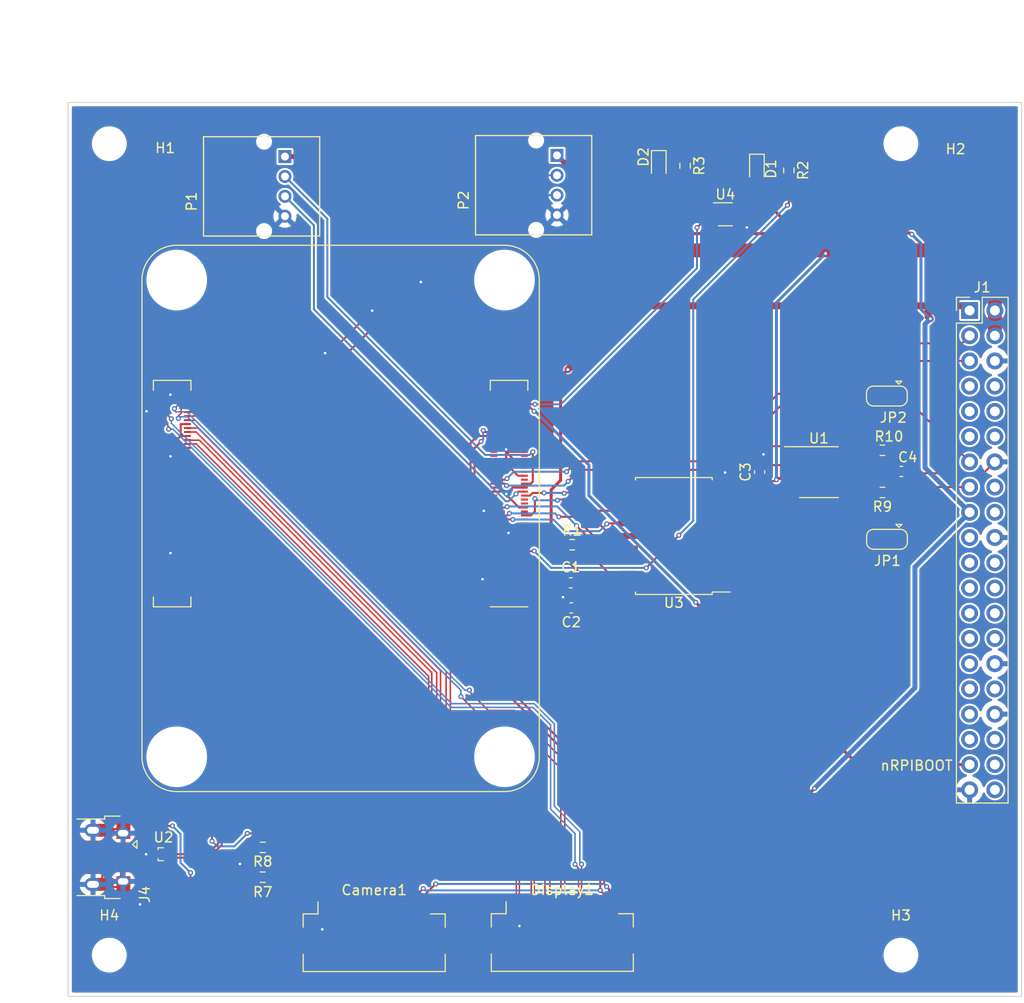
<source format=kicad_pcb>
(kicad_pcb (version 20211014) (generator pcbnew)
  (title_block (title "ColoradoCUBE C&DH") (date "2022-02-11") (rev "v01") (comment 1 "Author: Kate Nechaeva"))
  (layers (0 "F.Cu" signal) (31 "B.Cu" signal) (34 "B.Paste" user) (35 "F.Paste" user) (36 "B.SilkS" user "B.Silkscreen") (37 "F.SilkS" user "F.Silkscreen") (38 "B.Mask" user) (39 "F.Mask" user) (44 "Edge.Cuts" user))
  (net 0 "")
  (net 1 "GND")
  (net 2 "+5V")
  (net 3 "+3.3V")
  (net 4 "Net-(D1-Pad1)")
  (net 5 "Net-(D2-Pad1)")
  (net 6 "/CM4 GPIO/GPIO8")
  (net 7 "/CM4 GPIO/GPIO11")
  (net 8 "/CM4 GPIO/GPIO9")
  (net 9 "/CM4 GPIO/GPIO10")
  (net 10 "/CM4 GPIO/GPIO15")
  (net 11 "/CM4 GPIO/GPIO14")
  (net 12 "/CM4 GPIO/GPIO2")
  (net 13 "Net-(U1-Pad4)")
  (net 15 "/CM4 High Speed/USB2_P")
  (net 16 "/CM4 High Speed/USB2_N")
  (net 17 "Net-(J4-Pad1)")
  (net 18 "/CM4 GPIO/nLED_Activity")
  (net 19 "/CM4 GPIO/nPWR_LED")
  (net 20 "/CM4 High Speed/USB_OTG_ID")
  (net 21 "/CM4 GPIO/GPIO3")
  (net 23 "Net-(J1-Pad13)")
  (net 24 "Net-(J1-Pad15)")
  (net 43 "Net-(R1-Pad2)")
  (net 44 "Net-(R3-Pad2)")
  (net 45 "Net-(U1-Pad1)")
  (net 54 "Net-(C4-Pad1)")
  (net 57 "/CM4 GPIO/GPIO12")
  (net 58 "/CM4 GPIO/GPIO13")
  (net 59 "/CM4 High Speed/CAM1_D0_N")
  (net 60 "/CM4 High Speed/CAM1_D0_P")
  (net 61 "/CM4 High Speed/CAM1_D1_N")
  (net 62 "/CM4 High Speed/CAM1_D1_P")
  (net 63 "/CM4 High Speed/CAM1_C_N")
  (net 64 "/CM4 High Speed/CAM1_C_P")
  (net 65 "/CM4 High Speed/CAM1_D2_N")
  (net 66 "/CM4 High Speed/CAM1_D2_P")
  (net 67 "/CM4 High Speed/CAM1_D3_N")
  (net 68 "/CM4 High Speed/CAM1_D3_P")
  (net 69 "/CM4 High Speed/CAM_GPIO")
  (net 71 "/CM4 High Speed/SCL0")
  (net 72 "/CM4 High Speed/SDA0")
  (net 73 "/CM4 High Speed/DSI1_D0_N")
  (net 74 "/CM4 High Speed/DSI1_D0_P")
  (net 75 "/CM4 High Speed/DSI1_D1_N")
  (net 76 "/CM4 High Speed/DSI1_D1_P")
  (net 77 "/CM4 High Speed/DSI1_C_N")
  (net 78 "/CM4 High Speed/DSI1_C_P")
  (net 79 "/CM4 High Speed/DSI1_D2_N")
  (net 80 "/CM4 High Speed/DSI1_D2_P")
  (net 81 "/CM4 High Speed/DSI1_D3_N")
  (net 82 "/CM4 High Speed/DSI1_D3_P")
  (net 87 "Net-(R9-Pad2)")
  (net 88 "Net-(U1-Pad5)")
  (net 89 "Net-(R10-Pad1)")
  (net 90 "Net-(U1-Pad7)")
  (net 142 "/CM4 GPIO/nRPIBOOT")
  (net 143 "/CM4 GPIO/GPIO18")
  (footprint "Resistor_SMD:R_0603_1608Metric_Pad0.98x0.95mm_HandSolder" (layer "F.Cu") (at 126.0875 134)
    (fp_text reference "R7")
    (fp_text value "2.2K 1%")
  )
  (footprint "Connector_FFC-FPC:Hirose_FH12-22S-0.5SH_1x22-1MP_P0.50mm_Horizontal" (layer "F.Cu") (at 137.31 139)
    (fp_text reference "Camera1")
    (fp_text value "Conn_01x22_Female")
  )
  (footprint "Resistor_SMD:R_0603_1608Metric_Pad0.98x0.95mm_HandSolder" (layer "F.Cu") (at 179.06 62.84 -90)
    (fp_text reference "R2")
    (fp_text value "1k")
  )
  (footprint "Resistor_SMD:R_0603_1608Metric_Pad0.98x0.95mm_HandSolder" (layer "F.Cu") (at 168.61 62.38 -90)
    (fp_text reference "R3")
    (fp_text value "1k")
  )
  (footprint "MountingHole:MountingHole_3mm" (layer "F.Cu") (at 110.64 141.85)
    (fp_text reference "H4")
    (fp_text value "3mm_Mounting_Hole")
  )
  (footprint "Jumper:SolderJumper-3_P1.3mm_Bridged2Bar12_RoundedPad1.0x1.5mm" (layer "F.Cu") (at 188.94 99.9825 180)
    (fp_text reference "JP1")
    (fp_text value "SolderJumper_3_Bridged12")
  )
  (footprint "Resistor_SMD:R_0603_1608Metric_Pad0.98x0.95mm_HandSolder" (layer "F.Cu") (at 126.0875 131 180)
    (fp_text reference "R8")
    (fp_text value "2.2K 1%")
  )
  (footprint "Capacitor_SMD:C_0603_1608Metric" (layer "F.Cu") (at 190.385 93.15)
    (fp_text reference "C4")
    (fp_text value "4.7nF")
  )
  (footprint "MountingHole:MountingHole_3mm" (layer "F.Cu") (at 190.34 60.15)
    (fp_text reference "H2")
    (fp_text value "3mm_Mounting_Hole")
  )
  (footprint "MountingHole:MountingHole_3mm" (layer "F.Cu") (at 110.64 60.15)
    (fp_text reference "H1")
    (fp_text value "3mm_Mounting_Hole")
  )
  (footprint "LED_SMD:LED_0603_1608Metric" (layer "F.Cu") (at 175.84 62.7 -90)
    (fp_text reference "D1")
    (fp_text value "LED Green")
  )
  (footprint "S04B-PASK-2_LF__SN_:JST_S04B-PASK-2(LF)(SN)" (layer "F.Cu") (at 128.325 64.45 90)
    (fp_text reference "P1")
    (fp_text value "S04B-PASK-2(LF)(SN)")
  )
  (footprint "Package_SO:SOIC-8-1EP_3.9x4.9mm_P1.27mm_EP2.29x3mm" (layer "F.Cu") (at 182.08 93.22)
    (fp_text reference "U1")
    (fp_text value "ATA6560-GAQW-VAO" hide)
  )
  (footprint "Jumper:SolderJumper-3_P1.3mm_Bridged2Bar12_RoundedPad1.0x1.5mm" (layer "F.Cu") (at 188.9275 85.56 180)
    (fp_text reference "JP2")
    (fp_text value "SolderJumper_3_Bridged12")
  )
  (footprint "MountingHole:MountingHole_3mm" (layer "F.Cu") (at 190.34 141.85)
    (fp_text reference "H3")
    (fp_text value "3mm_Mounting_Hole")
  )
  (footprint "Package_TO_SOT_SMD:SOT-353_SC-70-5" (layer "F.Cu") (at 172.67 67.26)
    (fp_text reference "U4")
    (fp_text value "74LVC1G07SE-7")
  )
  (footprint "LED_SMD:LED_0603_1608Metric" (layer "F.Cu") (at 165.9625 62.33 -90)
    (fp_text reference "D2")
    (fp_text value "LED Red")
  )
  (footprint "Capacitor_SMD:C_0603_1608Metric" (layer "F.Cu") (at 157.155 106.89 180)
    (fp_text reference "C2")
    (fp_text value "100n")
  )
  (footprint "Capacitor_SMD:C_0603_1608Metric" (layer "F.Cu") (at 176.12 93.21 90)
    (fp_text reference "C3")
    (fp_text value "100n")
  )
  (footprint "Package_SO:SOIC-18W_7.5x11.6mm_P1.27mm" (layer "F.Cu") (at 167.48 99.65 180)
    (fp_text reference "U3")
    (fp_text value "MCP2515T-I/SO")
  )
  (footprint "CM4IO:USB_Micro-B_EDAC_UCON00686" (layer "F.Cu") (at 109 132 -90)
    (fp_text reference "J4")
    (fp_text value "USB_OTG")
  )
  (footprint "Connector_FFC-FPC:Hirose_FH12-22S-0.5SH_1x22-1MP_P0.50mm_Horizontal" (layer "F.Cu") (at 156.25 138.98)
    (fp_text reference "Display1")
    (fp_text value "Conn_01x22_Female")
  )
  (footprint "Capacitor_SMD:C_0603_1608Metric" (layer "F.Cu") (at 157.095 104.365 180)
    (fp_text reference "C1")
    (fp_text value "10u")
  )
  (footprint "Package_TO_SOT_SMD:Texas_DRT-3" (layer "F.Cu") (at 116.1 131.69 90)
    (fp_text reference "U2")
    (fp_text value "TPD2EUSB30ADRTR")
  )
  (footprint "Resistor_SMD:R_0603_1608Metric" (layer "F.Cu") (at 188.48 91.02)
    (fp_text reference "R10")
    (fp_text value "60")
  )
  (footprint "CM4IO:Raspberry-Pi-4-Compute-Module" (layer "F.Cu") (at 150.43 73.88 180)
    (fp_text reference "Module1" hide)
    (fp_text value "ComputeModule4-CM4")
  )
  (footprint "S04B-PASK-2_LF__SN_:JST_S04B-PASK-2(LF)(SN)" (layer "F.Cu") (at 155.715 64.33 90)
    (fp_text reference "P2")
    (fp_text value "S04B-PASK-2(LF)(SN)")
  )
  (footprint "Resistor_SMD:R_0603_1608Metric" (layer "F.Cu") (at 157.245 100.53)
    (fp_text reference "R1")
    (fp_text value "10k")
  )
  (footprint "Connector_PinHeader_2.54mm:PinHeader_2x20_P2.54mm_Vertical" (layer "F.Cu") (at 197.26 76.945)
    (fp_text reference "J1")
    (fp_text value "THD-20-R")
  )
  (footprint "Resistor_SMD:R_0603_1608Metric" (layer "F.Cu") (at 188.48 95.27 180)
    (fp_text reference "R9")
    (fp_text value "60")
  )
  (gr_rect (start 106.49 56) (end 202.49 146) (layer "Edge.Cuts") (width 0.1) (fill none))
  (gr_text "nRPIBOOT" (at 191.92 122.76) (layer "F.SilkS") (effects (font (size 1 1))))
  (segment (start 149.35 87.58) (end 149.35 87.98) (width 0.2) (layer "F.Cu") (net 0))
  (segment (start 158.449511 138.079511) (end 158.259022 138.27) (width 0.2) (layer "F.Cu") (net 1))
  (segment (start 116.08 91.98) (end 116.8 92.7) (width 0.2) (layer "F.Cu") (net 1))
  (segment (start 150.38 95.18) (end 150.61 95.41) (width 0.2) (layer "F.Cu") (net 1))
  (segment (start 117.340489 99.700489) (end 117.030489 100.010489) (width 0.2) (layer "F.Cu") (net 1))
  (segment (start 118.51 85.98) (end 117.35 85.98) (width 0.2) (layer "F.Cu") (net 1))
  (segment (start 116.59 101.58) (end 116.8 101.37) (width 0.2) (layer "F.Cu") (net 1))
  (segment (start 150.61 95.5) (end 150.61 95.41) (width 0.2) (layer "F.Cu") (net 1))
  (segment (start 148.700978 105.18) (end 148.22 104.699022) (width 0.2) (layer "F.Cu") (net 1))
  (segment (start 152.43 102.78) (end 151.780978 102.78) (width 0.2) (layer "F.Cu") (net 1))
  (segment (start 116.865 100.445) (end 116.8 100.51) (width 0.2) (layer "F.Cu") (net 1))
  (segment (start 151.780978 93.58) (end 150.59 92.389022) (width 0.2) (layer "F.Cu") (net 1))
  (segment (start 115.43 99.18) (end 116.2 99.18) (width 0.2) (layer "F.Cu") (net 1))
  (segment (start 115.43 101.58) (end 116.59 101.58) (width 0.2) (layer "F.Cu") (net 1))
  (segment (start 138.06 138.049022) (end 137.179511 138.929511) (width 0.2) (layer "F.Cu") (net 1))
  (segment (start 149.999022 85.98) (end 150.59 86.570978) (width 0.2) (layer "F.Cu") (net 1))
  (segment (start 117.35 85.98) (end 116.79 85.42) (width 0.2) (layer "F.Cu") (net 1))
  (segment (start 116.8 93.319022) (end 116.8 93.07) (width 0.2) (layer "F.Cu") (net 1))
  (segment (start 151.84 138.33) (end 151.84 138.82) (width 0.2) (layer "F.Cu") (net 1))
  (segment (start 155.239022 138.29) (end 155.5 138.029022) (width 0.2) (layer "F.Cu") (net 1))
  (segment (start 139.56 138.049022) (end 138.679511 138.929511) (width 0.2) (layer "F.Cu") (net 1))
  (segment (start 150.900489 104.299511) (end 150.900489 102.190489) (width 0.2) (layer "F.Cu") (net 1))
  (segment (start 111.82 133.8675) (end 110.7 134.9875) (width 0.2) (layer "F.Cu") (net 1))
  (segment (start 132.19 138.94) (end 132.669022 138.94) (width 0.2) (layer "F.Cu") (net 1))
  (segment (start 150.83 100.349022) (end 150.83 99.34) (width 0.2) (layer "F.Cu") (net 1))
  (segment (start 152.43 100.78) (end 151.780978 100.78) (width 0.2) (layer "F.Cu") (net 1))
  (segment (start 117.83 88.410978) (end 117.83 89.38) (width 0.2) (layer "F.Cu") (net 1))
  (segment (start 149.35 92.38) (end 149.999022 92.38) (width 0.2) (layer "F.Cu") (net 1))
  (segment (start 179.585 92.565) (end 179.605 92.585) (width 0.2) (layer "F.Cu") (net 1))
  (segment (start 149.999022 92.38) (end 150.249511 92.129511) (width 0.2) (layer "F.Cu") (net 1))
  (segment (start 116.079022 89.58) (end 116.8 90.300978) (width 0.2) (layer "F.Cu") (net 1))
  (segment (start 152.43 93.58) (end 151.780978 93.58) (width 0.2) (layer "F.Cu") (net 1))
  (segment (start 132.679511 138.929511) (end 133.56 138.049022) (width 0.2) (layer "F.Cu") (net 1))
  (segment (start 117.88 91.98) (end 116.925 92.935) (width 0.2) (layer "F.Cu") (net 1))
  (segment (start 116.8 90.61) (end 116.8 91.840978) (width 0.2) (layer "F.Cu") (net 1))
  (segment (start 117.860978 90.78) (end 116.8 91.840978) (width 0.2) (layer "F.Cu") (net 1))
  (segment (start 155.730978 138.26) (end 155.5 138.029022) (width 0.2) (layer "F.Cu") (net 1))
  (segment (start 154.16 138.29) (end 155.239022 138.29) (width 0.2) (layer "F.Cu") (net 1))
  (segment (start 132.08 138.92) (end 132.08 139.25) (width 0.2) (layer "F.Cu") (net 1))
  (segment (start 151.780978 103.98) (end 150.900489 103.099511) (width 0.2) (layer "F.Cu") (net 1))
  (segment (start 115.43 96.78) (end 116.079022 96.78) (width 0.2) (layer "F.Cu") (net 1))
  (segment (start 156.32 104.365) (end 156.32 106.875) (width 0.2) (layer "F.Cu") (net 1))
  (segment (start 179.9 92.515) (end 176.2 92.515) (width 0.2) (layer "F.Cu") (net 1))
  (segment (start 116.729511 103.329511) (end 116.729511 103.110489) (width 0.2) (layer "F.Cu") (net 1))
  (segment (start 116.079022 102.78) (end 116.729511 102.129511) (width 0.2) (layer "F.Cu") (net 1))
  (segment (start 116.32 93.18) (end 116.745 92.755) (width 0.2) (layer "F.Cu") (net 1))
  (segment (start 115.43 91.98) (end 116.08 91.98) (width 0.2) (layer "F.Cu") (net 1))
  (segment (start 151.780978 105.18) (end 150.900489 104.299511) (width 0.2) (layer "F.Cu") (net 1))
  (segment (start 118.51 87.18) (end 128.69 87.18) (width 0.2) (layer "F.Cu") (net 1))
  (segment (start 149.35 90.78) (end 150.44 90.78) (width 0.2) (layer "F.Cu") (net 1))
  (segment (start 116.8 101.719022) (end 116.8 101.37) (width 0.2) (layer "F.Cu") (net 1))
  (segment (start 152.450489 138.079511) (end 152.5 138.03) (width 0.2) (layer "F.Cu") (net 1))
  (segment (start 152.310489 138.079511) (end 152.550978 138.32) (width 0.2) (layer "F.Cu") (net 1))
  (segment (start 115.43 88.38) (end 114.780978 88.38) (width 0.2) (layer "F.Cu") (net 1))
  (segment (start 150.44 90.78) (end 150.59 90.93) (width 0.2) (layer "F.Cu") (net 1))
  (segment (start 152.06 138.33) (end 152.310489 138.079511) (width 0.2) (layer "F.Cu") (net 1))
  (segment (start 152.43 91.18) (end 150.84 91.18) (width 0.2) (layer "F.Cu") (net 1))
  (segment (start 153.709022 138.32) (end 153.949511 138.079511) (width 0.2) (layer "F.Cu") (net 1))
  (segment (start 150.67 99.18) (end 150.83 99.34) (width 0.2) (layer "F.Cu") (net 1))
  (segment (start 118.51 94.38) (end 117.860978 94.38) (width 0.2) (layer "F.Cu") (net 1))
  (segment (start 116.23 85.98) (end 116.79 85.42) (width 0.2) (layer "F.Cu") (net 1))
  (segment (start 116.729511 103.110489) (end 116.729511 102.129511) (width 0.2) (layer "F.Cu") (net 1))
  (segment (start 114.780978 88.38) (end 114.780489 88.380489) (width 0.2) (layer "F.Cu") (net 1))
  (segment (start 115.43 94.38) (end 116.079022 94.38) (width 0.2) (layer "F.Cu") (net 1))
  (segment (start 158.67 138.3) (end 158.449511 138.079511) (width 0.2) (layer "F.Cu") (net 1))
  (segment (start 132.37 81.24) (end 132.83 81.24) (width 0.2) (layer "F.Cu") (net 1))
  (segment (start 118.51 93.18) (end 117.17 93.18) (width 0.2) (layer "F.Cu") (net 1))
  (segment (start 136.56 138.049022) (end 135.679511 138.929511) (width 0.2) (layer "F.Cu") (net 1))
  (segment (start 148.41 97.18) (end 148.35 97.12) (width 0.2) (layer "F.Cu") (net 1))
  (segment (start 191.344511 93.334511) (end 198.650489 93.334511) (width 0.2) (layer "F.Cu") (net 1))
  (segment (start 116.925 92.935) (end 116.745 92.755) (width 0.2) (layer "F.Cu") (net 1))
  (segment (start 116.8 100.38) (end 116.865 100.445) (width 0.2) (layer "F.Cu") (net 1))
  (segment (start 116.8 94.859022) (end 116.8 93.659022) (width 0.2) (layer "F.Cu") (net 1))
  (segment (start 148.22 103.260978) (end 148.22 104) (width 0.2) (layer "F.Cu") (net 1))
  (segment (start 141.06 138.049022) (end 140.179511 138.929511) (width 0.2) (layer "F.Cu") (net 1))
  (segment (start 112.06 134.9) (end 112.06 135.07) (width 0.2) (layer "F.Cu") (net 1))
  (segment (start 117.340489 98.500489) (end 117.340489 99.700489) (width 0.2) (layer "F.Cu") (net 1))
  (segment (start 116.8 91.500978) (end 116.8 91.89) (width 0.2) (layer "F.Cu") (net 1))
  (segment (start 116.8 91.89) (end 116.8 92.7) (width 0.2) (layer "F.Cu") (net 1))
  (segment (start 150.59 91.789022) (end 150.59 90.93) (width 0.2) (layer "F.Cu") (net 1))
  (segment (start 148.22 104.699022) (end 148.22 104) (width 0.2) (layer "F.Cu") (net 1))
  (segment (start 132.83 81.24) (end 137.11 76.96) (width 0.2) (layer "F.Cu") (net 1))
  (segment (start 116.079022 95.58) (end 116.8 94.859022) (width 0.2) (layer "F.Cu") (net 1))
  (segment (start 111.9725 134.9875) (end 112.06 134.9) (width 0.2) (layer "F.Cu") (net 1))
  (segment (start 116.2 99.18) (end 116.44 99.42) (width 0.2) (layer "F.Cu") (net 1))
  (segment (start 150.83 101.829022) (end 150.83 99.79) (width 0.2) (layer "F.Cu") (net 1))
  (segment (start 151.84 138.33) (end 152.06 138.33) (width 0.2) (layer "F.Cu") (net 1))
  (segment (start 151.23 94.78) (end 152.43 94.78) (width 0.2) (layer "F.Cu") (net 1))
  (segment (start 115.43 90.78) (end 116.079022 90.78) (width 0.2) (layer "F.Cu") (net 1))
  (segment (start 116.079022 97.98) (end 116.44 98.340978) (width 0.2) (layer "F.Cu") (net 1))
  (segment (start 171.72 67.91) (end 172.4 68.59) (width 0.2) (layer "F.Cu") (net 1))
  (segment (start 118.51 89.58) (end 118.03 89.58) (width 0.2) (layer "F.Cu") (net 1))
  (segment (start 117.860978 102.78) (end 116.8 101.719022) (width 0.2) (layer "F.Cu") (net 1))
  (segment (start 133.56 138.049022) (end 133.56 137.15) (width 0.2) (layer "F.Cu") (net 1))
  (segment (start 116.44 99.42) (end 117.030489 100.010489) (width 0.2) (layer "F.Cu") (net 1))
  (segment (start 150.84 91.18) (end 150.59 90.93) (width 0.2) (layer "F.Cu") (net 1))
  (segment (start 148.24 103.98) (end 148.22 104) (width 0.2) (layer "F.Cu") (net 1))
  (segment (start 137.179511 138.929511) (end 135.679511 138.929511) (width 0.2) (layer "F.Cu") (net 1))
  (segment (start 128.69 87.18) (end 131.05 84.82) (width 0.2) (layer "F.Cu") (net 1))
  (segment (start 118.51 88.38) (end 117.860978 88.38) (width 0.2) (layer "F.Cu") (net 1))
  (segment (start 152.43 98.78) (end 151.39 98.78) (width 0.2) (layer "F.Cu") (net 1))
  (segment (start 156.769022 138.26) (end 155.730978 138.26) (width 0.2) (layer "F.Cu") (net 1))
  (segment (start 151 137.13) (end 151 138.029022) (width 0.2) (layer "F.Cu") (net 1))
  (segment (start 160 137.13) (end 160 138.029022) (width 0.2) (layer "F.Cu") (net 1))
  (segment (start 141.77 74.08) (end 130.995 84.855) (width 0.2) (layer "F.Cu") (net 1))
  (segment (start 150.83 99.829022) (end 150.83 99.79) (width 0.2) (layer "F.Cu") (net 1))
  (segment (start 118.51 101.58) (end 117.01 101.58) (width 0.2) (layer "F.Cu") (net 1))
  (segment (start 149.35 99.18) (end 150.67 99.18) (width 0.2) (layer "F.Cu") (net 1))
  (segment (start 151.780978 102.78) (end 150.83 101.829022) (width 0.2) (layer "F.Cu") (net 1))
  (segment (start 132.06 137.15) (end 132.06 138.81) (width 0.2) (layer "F.Cu") (net 1))
  (segment (start 116.44 97.140978) (end 116.44 98.61) (width 0.2) (layer "F.Cu") (net 1))
  (segment (start 118.51 100.38) (end 116.93 100.38) (width 0.2) (layer "F.Cu") (net 1))
  (segment (start 158.5 137.13) (end 158.5 138.029022) (width 0.2) (layer "F.Cu") (net 1))
  (segment (start 118.51 99.18) (end 117.860978 99.18) (width 0.2) (layer "F.Cu") (net 1))
  (segment (start 152.5 138.03) (end 152.5 137.13) (width 0.2) (layer "F.Cu") (net 1))
  (segment (start 116.079022 90.78) (end 116.8 91.500978) (width 0.2) (layer "F.Cu") (net 1))
  (segment (start 150.61 95.41) (end 151.24 94.78) (width 0.2) (layer "F.Cu") (net 1))
  (segment (start 115.43 97.98) (end 116.079022 97.98) (width 0.2) (layer "F.Cu") (net 1))
  (segment (start 150.59 92.389022) (end 150.59 91.189022) (width 0.2) (layer "F.Cu") (net 1))
  (segment (start 117.860978 99.18) (end 117.340489 99.700489) (width 0.2) (layer "F.Cu") (net 1))
  (segment (start 135.679511 138.929511) (end 134.179511 138.929511) (width 0.2) (layer "F.Cu") (net 1))
  (segment (start 117.860978 94.38) (end 116.8 93.319022) (width 0.2) (layer "F.Cu") (net 1))
  (segment (start 150.900489 103.099511) (end 150.900489 102.190489) (width 0.2) (layer "F.Cu") (net 1))
  (segment (start 150.900489 101.899511) (end 150.83 101.829022) (width 0.2) (layer "F.Cu") (net 1))
  (segment (start 153.949511 138.079511) (end 154.16 138.29) (width 0.2) (layer "F.Cu") (net 1))
  (segment (start 134.179511 138.929511) (end 132.679511 138.929511) (width 0.2) (layer "F.Cu") (net 1))
  (segment (start 117.83 89.58) (end 116.8 90.61) (width 0.2) (layer "F.Cu") (net 1))
  (segment (start 158.259022 138.27) (end 156.92 138.27) (width 0.2) (layer "F.Cu") (net 1))
  (segment (start 132.125 138.875) (end 132.19 138.94) (width 0.2) (layer "F.Cu") (net 1))
  (segment (start 138.06 137.15) (end 138.06 138.049022) (width 0.2) (layer "F.Cu") (net 1))
  (segment (start 117.860978 97.98) (end 117.340489 98.500489) (width 0.2) (layer "F.Cu") (net 1))
  (segment (start 152.310489 138.079511) (end 152.450489 138.079511) (width 0.2) (layer "F.Cu") (net 1))
  (segment (start 149.35 85.98) (end 149.999022 85.98) (width 0.2) (layer "F.Cu") (net 1))
  (segment (start 149.999022 93.58) (end 150.249511 93.329511) (width 0.2) (layer "F.Cu") (net 1))
  (segment (start 151.780978 100.78) (end 150.83 99.829022) (width 0.2) (layer "F.Cu") (net 1))
  (segment (start 110.7 134.9125) (end 110.7 134.9875) (width 0.2) (layer "F.Cu") (net 1))
  (segment (start 116.729511 102.129511) (end 116.8 102.059022) (width 0.2) (layer "F.Cu") (net 1))
  (segment (start 115.43 85.98) (end 116.23 85.98) (width 0.2) (layer "F.Cu") (net 1))
  (segment (start 151.780978 92.38) (end 150.59 91.189022) (width 0.2) (layer "F.Cu") (net 1))
  (segment (start 110.7 134.9875) (end 111.9725 134.9875) (width 0.2) (layer "F.Cu") (net 1))
  (segment (start 111.9225 129.0125) (end 112.06 129.15) (width 0.2) (layer "F.Cu") (net 1))
  (segment (start 135.06 138.049022) (end 134.179511 138.929511) (width 0.2) (layer "F.Cu") (net 1))
  (segment (start 151 138.029022) (end 151.300978 138.33) (width 0.2) (layer "F.Cu") (net 1))
  (segment (start 152.43 103.98) (end 151.780978 103.98) (width 0.2) (layer "F.Cu") (net 1))
  (segment (start 135.06 137.15) (end 135.06 138.049022) (width 0.2) (layer "F.Cu") (net 1))
  (segment (start 115.675 131.69) (end 114.35 131.69) (width 0.2) (layer "F.Cu") (net 1))
  (segment (start 172.64 93.26) (end 172.13 93.77) (width 0.2) (layer "F.Cu") (net 1))
  (segment (start 141.06 137.15) (end 141.06 138.049022) (width 0.2) (layer "F.Cu") (net 1))
  (segment (start 149.35 102.78) (end 148.700978 102.78) (width 0.2) (layer "F.Cu") (net 1))
  (segment (start 116.8 91.840978) (end 116.8 91.89) (width 0.2) (layer "F.Cu") (net 1))
  (segment (start 132.125 138.875) (end 132.08 138.92) (width 0.2) (layer "F.Cu") (net 1))
  (segment (start 154 138.029022) (end 154 137.13) (width 0.2) (layer "F.Cu") (net 1))
  (segment (start 149.999022 101.18) (end 150.83 100.349022) (width 0.2) (layer "F.Cu") (net 1))
  (segment (start 117.17 93.18) (end 116.925 92.935) (width 0.2) (layer "F.Cu") (net 1))
  (segment (start 116.079022 94.38) (end 116.8 93.659022) (width 0.2) (layer "F.Cu") (net 1))
  (segment (start 111.82 133.3) (end 111.82 133.8675) (width 0.2) (layer "F.Cu") (net 1))
  (segment (start 150.83 99.79) (end 150.83 99.34) (width 0.2) (layer "F.Cu") (net 1))
  (segment (start 172.4 68.59) (end 174.83 68.59) (width 0.2) (layer "F.Cu") (net 1))
  (segment (start 158.5 138.029022) (end 158.449511 138.079511) (width 0.2) (layer "F.Cu") (net 1))
  (segment (start 114.780489 89.579511) (end 114.780978 89.58) (width 0.2) (layer "F.Cu") (net 1))
  (segment (start 115.43 103.98) (end 116.079022 103.98) (width 0.2) (layer "F.Cu") (net 1))
  (segment (start 108.75 130.9625) (end 108.75 131.0375) (width 0.2) (layer "F.Cu") (net 1))
  (segment (start 150.900489 102.190489) (end 150.900489 101.899511) (width 0.2) (layer "F.Cu") (net 1))
  (segment (start 114.780978 89.58) (end 115.43 89.58) (width 0.2) (layer "F.Cu") (net 1))
  (segment (start 115.43 95.58) (end 116.079022 95.58) (width 0.2) (layer "F.Cu") (net 1))
  (segment (start 176.2 92.515) (end 176.12 92.435) (width 0.2) (layer "F.Cu") (net 1))
  (segment (start 118.03 89.58) (end 117.83 89.58) (width 0.2) (layer "F.Cu") (net 1))
  (segment (start 118.51 91.98) (end 117.88 91.98) (width 0.2) (layer "F.Cu") (net 1))
  (segment (start 132.06 138.81) (end 132.125 138.875) (width 0.2) (layer "F.Cu") (net 1))
  (segment (start 118.51 90.78) (end 117.860978 90.78) (width 0.2) (layer "F.Cu") (net 1))
  (segment (start 116.44 98.340978) (end 116.44 98.61) (width 0.2) (layer "F.Cu") (net 1))
  (segment (start 176.12 91.82) (end 176.51 91.43) (width 0.2) (layer "F.Cu") (net 1))
  (segment (start 151.84 138.82) (end 151.93 138.91) (width 0.2) (layer "F.Cu") (net 1))
  (segment (start 115.43 100.38) (end 116.8 100.38) (width 0.2) (layer "F.Cu") (net 1))
  (segment (start 198.650489 93.334511) (end 199.8 92.185) (width 0.2) (layer "F.Cu") (net 1))
  (segment (start 160 138.029022) (end 159.729022 138.3) (width 0.2) (layer "F.Cu") (net 1))
  (segment (start 116.8 100.240978) (end 116.8 100.51) (width 0.2) (layer "F.Cu") (net 1))
  (segment (start 139.56 137.15) (end 139.56 138.049022) (width 0.2) (layer "F.Cu") (net 1))
  (segment (start 118.51 103.98) (end 117.599022 103.98) (width 0.2) (layer "F.Cu") (net 1))
  (segment (start 149.35 93.58) (end 149.999022 93.58) (width 0.2) (layer "F.Cu") (net 1))
  (segment (start 136.56 137.15) (end 136.56 138.049022) (width 0.2) (layer "F.Cu") (net 1))
  (segment (start 117.860978 88.38) (end 117.83 88.410978) (width 0.2) (layer "F.Cu") (net 1))
  (segment (start 150.59 91.189022) (end 150.59 90.93) (width 0.2) (layer "F.Cu") (net 1))
  (segment (start 115.43 102.78) (end 116.079022 102.78) (width 0.2) (layer "F.Cu") (net 1))
  (segment (start 138.679511 138.929511) (end 137.179511 138.929511) (width 0.2) (layer "F.Cu") (net 1))
  (segment (start 148.700978 102.78) (end 148.22 103.260978) (width 0.2) (layer "F.Cu") (net 1))
  (segment (start 125.175 131) (end 125.175 131.285) (width 0.2) (layer "F.Cu") (net 1))
  (segment (start 176.12 92.435) (end 176.12 91.82) (width 0.2) (layer "F.Cu") (net 1))
  (segment (start 142.01 74.08) (end 141.77 74.08) (width 0.2) (layer "F.Cu") (net 1))
  (segment (start 117.01 101.58) (end 116.8 101.37) (width 0.2) (layer "F.Cu") (net 1))
  (segment (start 149.35 103.98) (end 148.24 103.98) (width 0.2) (layer "F.Cu") (net 1))
  (segment (start 117.599022 103.98) (end 116.729511 103.110489) (width 0.2) (layer "F.Cu") (net 1))
  (segment (start 149.35 101.18) (end 149.999022 101.18) (width 0.2) (layer "F.Cu") (net 1))
  (segment (start 116.8 90.300978) (end 116.8 90.89) (width 0.2) (layer "F.Cu") (net 1))
  (segment (start 172.13 93.77) (end 172.13 94.57) (width 0.2) (layer "F.Cu") (net 1))
  (segment (start 116.8 102.059022) (end 116.8 101.37) (width 0.2) (layer "F.Cu") (net 1))
  (segment (start 117.83 89.38) (end 118.03 89.58) (width 0.2) (layer "F.Cu") (net 1))
  (segment (start 125.175 131.285) (end 123.79 132.67) (width 0.2) (layer "F.Cu") (net 1))
  (segment (start 157 138.029022) (end 156.769022 138.26) (width 0.2) (layer "F.Cu") (net 1))
  (segment (start 114.39 87.09) (end 114.48 87.18) (width 0.2) (layer "F.Cu") (net 1))
  (segment (start 118.51 97.98) (end 117.860978 97.98) (width 0.2) (layer "F.Cu") (net 1))
  (segment (start 152.550978 138.32) (end 153.709022 138.32) (width 0.2) (layer "F.Cu") (net 1))
  (segment (start 115.43 93.18) (end 116.32 93.18) (width 0.2) (layer "F.Cu") (net 1))
  (segment (start 112.06 129.15) (end 111.16 129.15) (width 0.2) (layer "F.Cu") (net 1))
  (segment (start 117.030489 100.010489) (end 116.8 100.240978) (width 0.2) (layer "F.Cu") (net 1))
  (segment (start 150.59 86.570978) (end 150.59 90.93) (width 0.2) (layer "F.Cu") (net 1))
  (segment (start 151.89 96.78) (end 150.61 95.5) (width 0.2) (layer "F.Cu") (net 1))
  (segment (start 150.249511 92.129511) (end 150.59 91.789022) (width 0.2) (layer "F.Cu") (net 1))
  (segment (start 157 137.13) (end 157 138.029022) (width 0.2) (layer "F.Cu") (net 1))
  (segment (start 191.16 93.15) (end 191.344511 93.334511) (width 0.2) (layer "F.Cu") (net 1))
  (segment (start 149.35 105.18) (end 148.700978 105.18) (width 0.2) (layer "F.Cu") (net 1))
  (segment (start 150.249511 93.329511) (end 150.249511 92.129511) (width 0.2) (layer "F.Cu") (net 1))
  (segment (start 153.949511 138.079511) (end 154 138.029022) (width 0.2) (layer "F.Cu") (net 1))
  (segment (start 109.93 130.38) (end 109.93 134.725) (width 0.2) (layer "F.Cu") (net 1))
  (segment (start 112.06 135.07) (end 113.73 136.74) (width 0.2) (layer "F.Cu") (net 1))
  (segment (start 116.079022 96.78) (end 116.44 97.140978) (width 0.2) (layer "F.Cu") (net 1))
  (segment (start 149.35 97.18) (end 148.41 97.18) (width 0.2) (layer "F.Cu") (net 1))
  (segment (start 116.079022 103.98) (end 116.729511 103.329511) (width 0.2) (layer "F.Cu") (net 1))
  (segment (start 111.16 129.15) (end 109.93 130.38) (width 0.2) (layer "F.Cu") (net 1))
  (segment (start 152.43 105.18) (end 151.780978 105.18) (width 0.2) (layer "F.Cu") (net 1))
  (segment (start 116.8 100.51) (end 116.8 101.37) (width 0.2) (layer "F.Cu") (net 1))
  (segment (start 114.780489 88.380489) (end 114.780489 89.579511) (width 0.2) (layer "F.Cu") (net 1))
  (segment (start 152.43 96.78) (end 151.89 96.78) (width 0.2) (layer "F.Cu") (net 1))
  (segment (start 115.43 89.58) (end 116.079022 89.58) (width 0.2) (layer "F.Cu") (net 1))
  (segment (start 151.300978 138.33) (end 151.84 138.33) (width 0.2) (layer "F.Cu") (net 1))
  (segment (start 118.51 102.78) (end 117.860978 102.78) (width 0.2) (layer "F.Cu") (net 1))
  (segment (start 116.93 100.38) (end 116.865 100.445) (width 0.2) (layer "F.Cu") (net 1))
  (segment (start 149.35 95.18) (end 150.38 95.18) (width 0.2) (layer "F.Cu") (net 1))
  (segment (start 140.179511 138.929511) (end 138.679511 138.929511) (width 0.2) (layer "F.Cu") (net 1))
  (segment (start 114.48 87.18) (end 115.43 87.18) (width 0.2) (layer "F.Cu") (net 1))
  (segment (start 151.39 98.78) (end 150.83 99.34) (width 0.2) (layer "F.Cu") (net 1))
  (segment (start 114.29 131.75) (end 114.35 131.69) (width 0.2) (layer "F.Cu") (net 1))
  (segment (start 152.43 92.38) (end 151.780978 92.38) (width 0.2) (layer "F.Cu") (net 1))
  (segment (start 159.729022 138.3) (end 158.67 138.3) (width 0.2) (layer "F.Cu") (net 1))
  (segment (start 116.44 98.61) (end 116.44 99.42) (width 0.2) (layer "F.Cu") (net 1))
  (segment (start 155.5 138.029022) (end 155.5 137.13) (width 0.2) (layer "F.Cu") (net 1))
  (segment (start 116.8 93.659022) (end 116.8 92.7) (width 0.2) (layer "F.Cu") (net 1))
  (segment (start 116.745 92.755) (end 116.8 92.7) (width 0.2) (layer "F.Cu") (net 1))
  (via (at 116.8 91.63) (size 0.508) (drill 0.254) (layers "F.Cu" "B.Cu") (net 1))
  (via (at 174.83 68.59) (size 0.508) (drill 0.254) (layers "F.Cu" "B.Cu") (net 1))
  (via (at 150.83 99.34) (size 0.508) (drill 0.254) (layers "F.Cu" "B.Cu") (net 1))
  (via (at 150.61 95.41) (size 0.508) (drill 0.254) (layers "F.Cu" "B.Cu") (net 1))
  (via (at 156.32 105.8075) (size 0.508) (drill 0.254) (layers "F.Cu" "B.Cu") (net 1))
  (via (at 151.93 138.91) (size 0.508) (drill 0.254) (layers "F.Cu" "B.Cu") (net 1))
  (via (at 132.37 81.24) (size 0.508) (drill 0.254) (layers "F.Cu" "B.Cu") (net 1))
  (via (at 113.73 136.74) (size 0.508) (drill 0.254) (layers "F.Cu" "B.Cu") (net 1))
  (via (at 176.51 91.43) (size 0.508) (drill 0.254) (layers "F.Cu" "B.Cu") (net 1))
  (via (at 114.39 87.09) (size 0.508) (drill 0.254) (layers "F.Cu" "B.Cu") (net 1))
  (via (at 150.59 90.93) (size 0.508) (drill 0.254) (layers "F.Cu" "B.Cu") (net 1))
  (via (at 142.01 74.08) (size 0.508) (drill 0.254) (layers "F.Cu" "B.Cu") (net 1))
  (via (at 114.35 131.69) (size 0.508) (drill 0.254) (layers "F.Cu" "B.Cu") (net 1))
  (via (at 148.35 97.12) (size 0.508) (drill 0.254) (layers "F.Cu" "B.Cu") (net 1))
  (via (at 148.22 104) (size 0.508) (drill 0.254) (layers "F.Cu" "B.Cu") (net 1))
  (via (at 137.11 76.96) (size 0.508) (drill 0.254) (layers "F.Cu" "B.Cu") (net 1))
  (via (at 116.8 101.37) (size 0.508) (drill 0.254) (layers "F.Cu" "B.Cu") (net 1))
  (via (at 132.08 139.25) (size 0.508) (drill 0.254) (layers "F.Cu" "B.Cu") (net 1))
  (via (at 172.64 93.26) (size 0.508) (drill 0.254) (layers "F.Cu" "B.Cu") (net 1))
  (via (at 123.79 132.67) (size 0.508) (drill 0.254) (layers "F.Cu" "B.Cu") (net 1))
  (via (at 116.79 85.42) (size 0.508) (drill 0.254) (layers "F.Cu" "B.Cu") (net 1))
  (segment (start 132.37 81.24) (end 132.09 81.24) (width 0.2) (layer "B.Cu") (net 1))
  (segment (start 142.12 74.08) (end 150.87 65.33) (width 0.2) (layer "B.Cu") (net 1))
  (segment (start 150.74 63.33) (end 137.11 76.96) (width 0.2) (layer "B.Cu") (net 1))
  (segment (start 150.87 65.33) (end 155.715 65.33) (width 0.2) (layer "B.Cu") (net 1))
  (segment (start 127.356489 85.973511) (end 115.506489 85.973511) (width 0.2) (layer "B.Cu") (net 1))
  (segment (start 132.09 81.24) (end 127.356489 85.973511) (width 0.2) (layer "B.Cu") (net 1))
  (segment (start 115.506489 85.973511) (end 114.39 87.09) (width 0.2) (layer "B.Cu") (net 1))
  (segment (start 155.715 63.33) (end 150.74 63.33) (width 0.2) (layer "B.Cu") (net 1))
  (segment (start 142.01 74.08) (end 142.12 74.08) (width 0.2) (layer "B.Cu") (net 1))
  (segment (start 176.265 94.13) (end 176.12 93.985) (width 0.2) (layer "F.Cu") (net 2))
  (segment (start 152.41 89.98) (end 154.2 89.98) (width 0.2) (layer "F.Cu") (net 2))
  (segment (start 179.605 93.855) (end 177.945 93.855) (width 0.3) (layer "F.Cu") (net 2))
  (segment (start 157.475 71.915) (end 154.66 74.73) (width 1.4) (layer "F.Cu") (net 2))
  (segment (start 177.81 93.99) (end 177.67 94.13) (width 0.2) (layer "F.Cu") (net 2))
  (segment (start 154.66 88.42) (end 154.66 89.52) (width 1.4) (layer "F.Cu") (net 2))
  (segment (start 153.357375 82.11) (end 132.697375 61.45) (width 0.5) (layer "F.Cu") (net 2))
  (segment (start 132.697375 61.45) (end 128.325 61.45) (width 0.5) (layer "F.Cu") (net 2))
  (segment (start 159.45 70.89) (end 158.5 70.89) (width 1.4) (layer "F.Cu") (net 2))
  (segment (start 161 70.89) (end 161 66.615) (width 0.5) (layer "F.Cu") (net 2))
  (segment (start 161 70.89) (end 159.45 70.89) (width 1.4) (layer "F.Cu") (net 2))
  (segment (start 152.41 89.58) (end 154.6 89.58) (width 0.2) (layer "F.Cu") (net 2))
  (segment (start 165.91 70.89) (end 167.1 70.89) (width 1.4) (layer "F.Cu") (net 2))
  (segment (start 161 66.615) (end 155.715 61.33) (width 0.5) (layer "F.Cu") (net 2))
  (segment (start 152.41 87.98) (end 154.22 87.98) (width 0.2) (layer "F.Cu") (net 2))
  (segment (start 195.91 70.89) (end 199.825 74.805) (width 1.4) (layer "F.Cu") (net 2))
  (segment (start 199.8 74.83) (end 199.8 79.485) (width 1.4) (layer "F.Cu") (net 2))
  (segment (start 154.32 89.18) (end 154.66 89.52) (width 0.2) (layer "F.Cu") (net 2))
  (segment (start 152.41 88.38) (end 154.62 88.38) (width 0.2) (layer "F.Cu") (net 2))
  (segment (start 154.66 74.73) (end 154.66 82.11) (width 1.4) (layer "F.Cu") (net 2))
  (segment (start 154.66 82.11) (end 154.66 88.42) (width 1.4) (layer "F.Cu") (net 2))
  (segment (start 165.91 70.89) (end 161 70.89) (width 1.4) (layer "F.Cu") (net 2))
  (segment (start 154.6 89.58) (end 154.66 89.52) (width 0.2) (layer "F.Cu") (net 2))
  (segment (start 199.825 74.805) (end 199.8 74.83) (width 1.4) (layer "F.Cu") (net 2))
  (segment (start 179.55 93.8) (end 179.605 93.855) (width 0.3) (layer "F.Cu") (net 2))
  (segment (start 177.67 94.13) (end 176.265 94.13) (width 0.2) (layer "F.Cu") (net 2))
  (segment (start 154.62 88.38) (end 154.66 88.42) (width 0.2) (layer "F.Cu") (net 2))
  (segment (start 158.5 70.89) (end 157.475 71.915) (width 1.4) (layer "F.Cu") (net 2))
  (segment (start 167.1 70.89) (end 195.91 70.89) (width 1.4) (layer "F.Cu") (net 2))
  (segment (start 154.2 89.98) (end 154.66 89.52) (width 0.2) (layer "F.Cu") (net 2))
  (segment (start 154.66 82.11) (end 153.357375 82.11) (width 0.5) (layer "F.Cu") (net 2))
  (segment (start 152.41 89.18) (end 154.32 89.18) (width 0.2) (layer "F.Cu") (net 2))
  (segment (start 152.41 88.78) (end 154.3 88.78) (width 0.2) (layer "F.Cu") (net 2))
  (segment (start 165.955 70.935) (end 165.91 70.89) (width 0.2) (layer "F.Cu") (net 2))
  (segment (start 177.945 93.855) (end 177.81 93.99) (width 0.3) (layer "F.Cu") (net 2))
  (segment (start 154.3 88.78) (end 154.66 88.42) (width 0.2) (layer "F.Cu") (net 2))
  (segment (start 154.22 87.98) (end 154.66 88.42) (width 0.2) (layer "F.Cu") (net 2))
  (via (at 182.75 71.21) (size 0.508) (drill 0.254) (layers "F.Cu" "B.Cu") (net 2))
  (via (at 177.81 93.99) (size 0.508) (drill 0.254) (layers "F.Cu" "B.Cu") (net 2))
  (segment (start 200.265 78.915) (end 200.29 78.89) (width 0.2) (layer "B.Cu") (net 2))
  (segment (start 177.81 93.99) (end 177.81 76.15) (width 0.3) (layer "B.Cu") (net 2))
  (segment (start 200.265 78.955) (end 200.265 78.915) (width 0.2) (layer "B.Cu") (net 2))
  (segment (start 177.81 76.15) (end 182.75 71.21) (width 0.3) (layer "B.Cu") (net 2))
  (segment (start 199.995 76.415) (end 200.265 76.415) (width 0.3) (layer "B.Cu") (net 2))
  (segment (start 157.6665 103.07) (end 157.6665 102.9865) (width 0.2) (layer "F.Cu") (net 3))
  (segment (start 193.09 77.56) (end 193.09 76.47) (width 0.7) (layer "F.Cu") (net 3))
  (segment (start 156.58 142.83) (end 157.46 142.83) (width 0.3) (layer "F.Cu") (net 3))
  (segment (start 180.14 69.15) (end 191.31 69.15) (width 0.3) (layer "F.Cu") (net 3))
  (segment (start 155.1265 94.997011) (end 155.1265 100.53) (width 0.3) (layer "F.Cu") (net 3))
  (segment (start 175.02375 64.30375) (end 175.84 63.4875) (width 0.3) (layer "F.Cu") (net 3))
  (segment (start 156.42 100.53) (end 155.1265 100.53) (width 0.2) (layer "F.Cu") (net 3))
  (segment (start 173.62 66.61) (end 173.62 65.7075) (width 0.3) (layer "F.Cu") (net 3))
  (segment (start 157.87 104.365) (end 157.87 103.26) (width 0.2) (layer "F.Cu") (net 3))
  (segment (start 161.5 138.79) (end 161.5 137.13) (width 0.2) (layer "F.Cu") (net 3))
  (segment (start 156.076489 94.047022) (end 155.1265 94.997011) (width 0.3) (layer "F.Cu") (net 3))
  (segment (start 155.1265 100.53) (end 157.6465 103.05) (width 0.2) (layer "F.Cu") (net 3))
  (segment (start 163.24 76.47) (end 156.81 82.9) (width 0.7) (layer "F.Cu") (net 3))
  (segment (start 159.3265 104.73) (end 157.6665 103.07) (width 0.3) (layer "F.Cu") (net 3))
  (segment (start 193.31 77.78) (end 193.09 77.56) (width 0.7) (layer "F.Cu") (net 3))
  (segment (start 157.87 106.875) (end 158.1075 106.875) (width 0.2) (layer "F.Cu") (net 3))
  (segment (start 144.290978 142.83) (end 156.37 142.83) (width 0.3) (layer "F.Cu") (net 3))
  (segment (start 156.37 142.83) (end 163.87 142.83) (width 0.3) (layer "F.Cu") (net 3))
  (segment (start 162.83 104.73) (end 159.3265 104.73) (width 0.3) (layer "F.Cu") (net 3))
  (segment (start 165.9625 63.1175) (end 165.9625 66.2825) (width 0.3) (layer "F.Cu") (net 3))
  (segment (start 179.87 69.15) (end 180.14 69.15) (width 0.3) (layer "F.Cu") (net 3))
  (segment (start 157.87 104.365) (end 157.87 106.875) (width 0.2) (layer "F.Cu") (net 3))
  (segment (start 142.56 141.099022) (end 144.290978 142.83) (width 0.3) (layer "F.Cu") (net 3))
  (segment (start 191.31 69.15) (end 191.44 69.28) (width 0.3) (layer "F.Cu") (net 3))
  (segment (start 142.56 137.15) (end 142.56 141.099022) (width 0.3) (layer "F.Cu") (net 3))
  (segment (start 168.883511 69.203511) (end 180.086489 69.203511) (width 0.3) (layer "F.Cu") (net 3))
  (segment (start 193.09 76.47) (end 196.56 76.47) (width 0.7) (layer "F.Cu") (net 3))
  (segment (start 193.09 76.47) (end 163.24 76.47) (width 0.7) (layer "F.Cu") (net 3))
  (segment (start 156.37 142.83) (end 156.58 142.83) (width 0.2) (layer "F.Cu") (net 3))
  (segment (start 156.076489 83.633511) (end 156.076489 94.047022) (width 0.3) (layer "F.Cu") (net 3))
  (segment (start 163.87 142.83) (end 181.64 125.06) (width 0.3) (layer "F.Cu") (net 3))
  (segment (start 173.62 65.7075) (end 175.02375 64.30375) (width 0.3) (layer "F.Cu") (net 3))
  (segment (start 175.02375 64.30375) (end 179.87 69.15) (width 0.3) (layer "F.Cu") (net 3))
  (segment (start 157.46 142.83) (end 161.5 138.79) (width 0.3) (layer "F.Cu") (net 3))
  (segment (start 156.81 82.9) (end 156.076489 83.633511) (width 0.3) (layer "F.Cu") (net 3))
  (segment (start 165.9625 66.2825) (end 168.883511 69.203511) (width 0.3) (layer "F.Cu") (net 3))
  (segment (start 180.086489 69.203511) (end 180.14 69.15) (width 0.3) (layer "F.Cu") (net 3))
  (segment (start 196.56 76.47) (end 197.285 77.195) (width 0.7) (layer "F.Cu") (net 3))
  (via (at 193.31 77.78) (size 0.508) (drill 0.254) (layers "F.Cu" "B.Cu") (net 3))
  (via (at 156.81 82.9) (size 0.508) (drill 0.254) (layers "F.Cu" "B.Cu") (net 3))
  (via (at 191.44 69.28) (size 0.508) (drill 0.254) (layers "F.Cu" "B.Cu") (net 3))
  (via (at 181.64 125.06) (size 0.508) (drill 0.254) (layers "F.Cu" "B.Cu") (net 3))
  (segment (start 191.75 102.775) (end 191.75 114.95) (width 0.5) (layer "B.Cu") (net 3))
  (segment (start 193.31 77.78) (end 192.77 78.32) (width 0.5) (layer "B.Cu") (net 3))
  (segment (start 192.77 92.775) (end 197.26 97.265) (width 0.5) (layer "B.Cu") (net 3))
  (segment (start 192.77 78.32) (end 192.77 92.775) (width 0.5) (layer "B.Cu") (net 3))
  (segment (start 191.75 114.95) (end 181.64 125.06) (width 0.5) (layer "B.Cu") (net 3))
  (segment (start 193.31 77.78) (end 192.36 76.83) (width 0.3) (layer "B.Cu") (net 3))
  (segment (start 197.26 97.265) (end 191.75 102.775) (width 0.5) (layer "B.Cu") (net 3))
  (segment (start 192.36 70.2) (end 191.44 69.28) (width 0.3) (layer "B.Cu") (net 3))
  (segment (start 192.36 76.83) (end 192.36 70.2) (width 0.3) (layer "B.Cu") (net 3))
  (segment (start 175.855 61.9275) (end 175.84 61.9125) (width 0.2) (layer "F.Cu") (net 4))
  (segment (start 179.06 61.9275) (end 175.855 61.9275) (width 0.2) (layer "F.Cu") (net 4))
  (segment (start 166.0375 61.4675) (end 165.9625 61.5425) (width 0.2) (layer "F.Cu") (net 5))
  (segment (start 168.61 61.4675) (end 166.0375 61.4675) (width 0.2) (layer "F.Cu") (net 5))
  (segment (start 155.93 95.98) (end 155.837 95.98) (width 0.2) (layer "F.Cu") (net 6))
  (segment (start 161.169267 99.65) (end 157.499267 95.98) (width 0.2) (layer "F.Cu") (net 6))
  (segment (start 153.49 97.169022) (end 153.49 95.88) (width 0.2) (layer "F.Cu") (net 6))
  (segment (start 157.499267 95.98) (end 155.93 95.98) (width 0.2) (layer "F.Cu") (net 6))
  (segment (start 153.079022 97.58) (end 153.49 97.169022) (width 0.2) (layer "F.Cu") (net 6))
  (segment (start 152.43 97.58) (end 153.079022 97.58) (width 0.2) (layer "F.Cu") (net 6))
  (segment (start 162.83 99.65) (end 161.169267 99.65) (width 0.2) (layer "F.Cu") (net 6))
  (segment (start 155.837 95.98) (end 155.767 96.05) (width 0.2) (layer "F.Cu") (net 6))
  (via (at 153.49 95.88) (size 0.508) (drill 0.254) (layers "F.Cu" "B.Cu") (net 6))
  (via (at 155.767 96.05) (size 0.508) (drill 0.254) (layers "F.Cu" "B.Cu") (net 6))
  (segment (start 153.66 96.05) (end 153.49 95.88) (width 0.2) (layer "B.Cu") (net 6))
  (segment (start 155.767 96.05) (end 153.66 96.05) (width 0.2) (layer "B.Cu") (net 6))
  (segment (start 149.33 97.98) (end 151.26 97.98) (width 0.2) (layer "F.Cu") (net 7))
  (segment (start 160.779999 98.38) (end 162.83 98.38) (width 0.2) (layer "F.Cu") (net 7))
  (segment (start 151.26 97.98) (end 151.27 97.99) (width 0.2) (layer "F.Cu") (net 7))
  (segment (start 160.731025 98.428974) (end 160.779999 98.38) (width 0.2) (layer "F.Cu") (net 7))
  (via (at 160.731025 98.428974) (size 0.508) (drill 0.254) (layers "F.Cu" "B.Cu") (net 7))
  (via (at 151.27 97.99) (size 0.508) (drill 0.254) (layers "F.Cu" "B.Cu") (net 7))
  (segment (start 156.523511 99.163511) (end 155.35 97.99) (width 0.2) (layer "B.Cu") (net 7))
  (segment (start 155.35 97.99) (end 151.27 97.99) (width 0.2) (layer "B.Cu") (net 7))
  (segment (start 159.996488 99.163511) (end 156.523511 99.163511) (width 0.2) (layer "B.Cu") (net 7))
  (segment (start 160.731025 98.428974) (end 159.996488 99.163511) (width 0.2) (layer "B.Cu") (net 7))
  (segment (start 157.572784 97.72) (end 158.233511 98.380727) (width 0.2) (layer "F.Cu") (net 8))
  (segment (start 155.9 97.72) (end 157.572784 97.72) (width 0.2) (layer "F.Cu") (net 8))
  (segment (start 158.233511 98.473511) (end 160.68 100.92) (width 0.2) (layer "F.Cu") (net 8))
  (segment (start 160.68 100.92) (end 162.83 100.92) (width 0.2) (layer "F.Cu") (net 8))
  (segment (start 149.33 97.58) (end 150.716759 97.58) (width 0.2) (layer "F.Cu") (net 8))
  (segment (start 150.716759 97.58) (end 150.923738 97.373021) (width 0.2) (layer "F.Cu") (net 8))
  (segment (start 158.233511 98.380727) (end 158.233511 98.473511) (width 0.2) (layer "F.Cu") (net 8))
  (via (at 150.923738 97.373021) (size 0.508) (drill 0.254) (layers "F.Cu" "B.Cu") (net 8))
  (via (at 155.9 97.72) (size 0.508) (drill 0.254) (layers "F.Cu" "B.Cu") (net 8))
  (segment (start 150.923738 97.373021) (end 155.523021 97.373021) (width 0.2) (layer "B.Cu") (net 8))
  (segment (start 155.523021 97.373021) (end 155.88 97.73) (width 0.2) (layer "B.Cu") (net 8))
  (segment (start 155.89 97.73) (end 155.9 97.72) (width 0.2) (layer "B.Cu") (net 8))
  (segment (start 155.88 97.73) (end 155.89 97.73) (width 0.2) (layer "B.Cu") (net 8))
  (segment (start 161.2465 102.19) (end 157.6865 98.63) (width 0.2) (layer "F.Cu") (net 9))
  (segment (start 150.697405 96.702698) (end 150.620592 96.779511) (width 0.2) (layer "F.Cu") (net 9))
  (segment (start 162.83 102.19) (end 161.2465 102.19) (width 0.2) (layer "F.Cu") (net 9))
  (segment (start 150.620592 96.779511) (end 149.44 96.779511) (width 0.2) (layer "F.Cu") (net 9))
  (via (at 150.697405 96.702698) (size 0.508) (drill 0.254) (layers "F.Cu" "B.Cu") (net 9))
  (via (at 157.68 98.61) (size 0.508) (drill 0.254) (layers "F.Cu" "B.Cu") (net 9))
  (segment (start 157.68 98.61) (end 155.74 96.67) (width 0.2) (layer "B.Cu") (net 9))
  (segment (start 150.730103 96.67) (end 150.697405 96.702698) (width 0.2) (layer "B.Cu") (net 9))
  (segment (start 155.74 96.67) (end 150.730103 96.67) (width 0.2) (layer "B.Cu") (net 9))
  (segment (start 151.82 95.18) (end 151.59 95.41) (width 0.2) (layer "F.Cu") (net 10))
  (segment (start 152.43 95.18) (end 151.82 95.18) (width 0.2) (layer "F.Cu") (net 10))
  (via (at 151.59 95.41) (size 0.508) (drill 0.254) (layers "F.Cu" "B.Cu") (net 10))
  (segment (start 151.59 95.41) (end 150.850813 96.149187) (width 0.2) (layer "B.Cu") (net 10))
  (segment (start 150.850813 96.149187) (end 150.566403 96.149187) (width 0.2) (layer "B.Cu") (net 10))
  (segment (start 150.566403 96.149187) (end 131.24 76.822784) (width 0.2) (layer "B.Cu") (net 10))
  (segment (start 131.24 68.365) (end 128.325 65.45) (width 0.2) (layer "B.Cu") (net 10))
  (segment (start 131.24 76.822784) (end 131.24 68.365) (width 0.2) (layer "B.Cu") (net 10))
  (segment (start 152.43 94.38) (end 153.079022 94.38) (width 0.2) (layer "F.Cu") (net 11))
  (segment (start 153.079022 94.38) (end 153.28 94.179022) (width 0.2) (layer "F.Cu") (net 11))
  (segment (start 153.28 94.179022) (end 153.28 91.18) (width 0.2) (layer "F.Cu") (net 11))
  (via (at 153.28 91.18) (size 0.508) (drill 0.254) (layers "F.Cu" "B.Cu") (net 11))
  (segment (start 132.59 67.715) (end 128.325 63.45) (width 0.2) (layer "B.Cu") (net 11))
  (segment (start 152.976489 91.483511) (end 148.483511 91.483511) (width 0.2) (layer "B.Cu") (net 11))
  (segment (start 132.59 75.59) (end 132.59 67.715) (width 0.2) (layer "B.Cu") (net 11))
  (segment (start 153.28 91.18) (end 152.976489 91.483511) (width 0.2) (layer "B.Cu") (net 11))
  (segment (start 148.483511 91.483511) (end 132.59 75.59) (width 0.2) (layer "B.Cu") (net 11))
  (segment (start 177.96 85.34) (end 171.17 92.13) (width 0.2) (layer "F.Cu") (net 12))
  (segment (start 186.52 80.25) (end 181.43 85.34) (width 0.2) (layer "F.Cu") (net 12))
  (segment (start 181.43 85.34) (end 177.96 85.34) (width 0.2) (layer "F.Cu") (net 12))
  (segment (start 196.495 80.25) (end 186.52 80.25) (width 0.2) (layer "F.Cu") (net 12))
  (segment (start 197.26 79.485) (end 196.495 80.25) (width 0.2) (layer "F.Cu") (net 12))
  (segment (start 157.73 92.13) (end 156.68 93.18) (width 0.2) (layer "F.Cu") (net 12))
  (segment (start 171.17 92.13) (end 157.73 92.13) (width 0.2) (layer "F.Cu") (net 12))
  (segment (start 150.57 93.98) (end 149.35 93.98) (width 0.2) (layer "F.Cu") (net 12))
  (segment (start 150.68 93.87) (end 150.57 93.98) (width 0.2) (layer "F.Cu") (net 12))
  (via (at 156.68 93.18) (size 0.508) (drill 0.254) (layers "F.Cu" "B.Cu") (net 12))
  (via (at 150.68 93.87) (size 0.508) (drill 0.254) (layers "F.Cu" "B.Cu") (net 12))
  (segment (start 151.37 93.18) (end 150.68 93.87) (width 0.2) (layer "B.Cu") (net 12))
  (segment (start 156.68 93.18) (end 151.37 93.18) (width 0.2) (layer "B.Cu") (net 12))
  (segment (start 172.520717 104.73) (end 174.86952 102.381197) (width 0.2) (layer "F.Cu") (net 13))
  (segment (start 172.13 104.73) (end 172.520717 104.73) (width 0.2) (layer "F.Cu") (net 13))
  (segment (start 175.425 95.155) (end 179.655 95.155) (width 0.2) (layer "F.Cu") (net 13))
  (segment (start 174.86952 102.381197) (end 174.86952 95.71048) (width 0.2) (layer "F.Cu") (net 13))
  (segment (start 174.86952 95.71048) (end 175.425 95.155) (width 0.2) (layer "F.Cu") (net 13))
  (segment (start 119.6 104.38) (end 118.49 104.38) (width 0.2) (layer "F.Cu") (net 15))
  (segment (start 113.877216 132) (end 114.120727 132.243511) (width 0.2) (layer "F.Cu") (net 15))
  (segment (start 121.9562 130.752986) (end 121.9562 106.7362) (width 0.2) (layer "F.Cu") (net 15))
  (segment (start 111.82 132) (end 113.877216 132) (width 0.2) (layer "F.Cu") (net 15))
  (segment (start 120.669186 132.04) (end 121.9562 130.752986) (width 0.2) (layer "F.Cu") (net 15))
  (segment (start 116.321489 132.243511) (end 116.525 132.04) (width 0.2) (layer "F.Cu") (net 15))
  (segment (start 121.9562 106.7362) (end 119.6 104.38) (width 0.2) (layer "F.Cu") (net 15))
  (segment (start 114.120727 132.243511) (end 116.321489 132.243511) (width 0.2) (layer "F.Cu") (net 15))
  (segment (start 116.525 132.04) (end 120.669186 132.04) (width 0.2) (layer "F.Cu") (net 15))
  (segment (start 121.6038 130.607014) (end 121.6038 107.2138) (width 0.2) (layer "F.Cu") (net 16))
  (segment (start 116.8726 131.6876) (end 120.523214 131.6876) (width 0.2) (layer "F.Cu") (net 16))
  (segment (start 119.17 104.78) (end 118.49 104.78) (width 0.2) (layer "F.Cu") (net 16))
  (segment (start 113.907216 131.35) (end 114.120727 131.136489) (width 0.2) (layer "F.Cu") (net 16))
  (segment (start 120.523214 131.6876) (end 121.6038 130.607014) (width 0.2) (layer "F.Cu") (net 16))
  (segment (start 116.525 131.34) (end 116.8726 131.6876) (width 0.2) (layer "F.Cu") (net 16))
  (segment (start 121.6038 107.2138) (end 119.17 104.78) (width 0.2) (layer "F.Cu") (net 16))
  (segment (start 114.120727 131.136489) (end 116.321489 131.136489) (width 0.2) (layer "F.Cu") (net 16))
  (segment (start 116.321489 131.136489) (end 116.525 131.34) (width 0.2) (layer "F.Cu") (net 16))
  (segment (start 111.82 131.35) (end 113.907216 131.35) (width 0.2) (layer "F.Cu") (net 16))
  (segment (start 111.82 130.7) (end 112.895 130.7) (width 0.2) (layer "F.Cu") (net 17))
  (segment (start 118.82 134.11) (end 118.82 133.55) (width 0.2) (layer "F.Cu") (net 17))
  (segment (start 125.255 134.1) (end 118.83 134.1) (width 0.2) (layer "F.Cu") (net 17))
  (segment (start 114.755 128.84) (end 117 128.84) (width 0.2) (layer "F.Cu") (net 17))
  (segment (start 118.83 134.1) (end 118.82 134.11) (width 0.2) (layer "F.Cu") (net 17))
  (segment (start 112.895 130.7) (end 114.755 128.84) (width 0.2) (layer "F.Cu") (net 17))
  (via (at 117 128.84) (size 0.508) (drill 0.254) (layers "F.Cu" "B.Cu") (net 17))
  (via (at 118.82 133.55) (size 0.508) (drill 0.254) (layers "F.Cu" "B.Cu") (net 17))
  (segment (start 117 128.84) (end 117.81 129.65) (width 0.2) (layer "B.Cu") (net 17))
  (segment (start 117.81 132.54) (end 118.82 133.55) (width 0.2) (layer "B.Cu") (net 17))
  (segment (start 117.81 129.65) (end 117.81 132.54) (width 0.2) (layer "B.Cu") (net 17))
  (segment (start 179.06 63.7525) (end 179.06 66.21) (width 0.2) (layer "F.Cu") (net 18))
  (segment (start 153.4 101.18) (end 152.43 101.18) (width 0.2) (layer "F.Cu") (net 18))
  (segment (start 153.42 101.16) (end 153.4 101.18) (width 0.2) (layer "F.Cu") (net 18))
  (segment (start 167.98 99.58) (end 164.7 102.86) (width 0.2) (layer "F.Cu") (net 18))
  (segment (start 179.06 66.21) (end 178.92 66.35) (width 0.2) (layer "F.Cu") (net 18))
  (via (at 164.7 102.86) (size 0.508) (drill 0.254) (layers "F.Cu" "B.Cu") (net 18))
  (via (at 153.42 101.16) (size 0.508) (drill 0.254) (layers "F.Cu" "B.Cu") (net 18))
  (via (at 178.92 66.35) (size 0.508) (drill 0.254) (layers "F.Cu" "B.Cu") (net 18))
  (via (at 167.98 99.58) (size 0.508) (drill 0.254) (layers "F.Cu" "B.Cu") (net 18))
  (segment (start 155.12 102.86) (end 153.42 101.16) (width 0.2) (layer "B.Cu") (net 18))
  (segment (start 167.98 99.58) (end 169.43 98.13) (width 0.2) (layer "B.Cu") (net 18))
  (segment (start 169.43 75.84) (end 178.92 66.35) (width 0.2) (layer "B.Cu") (net 18))
  (segment (start 169.43 98.13) (end 169.43 75.84) (width 0.2) (layer "B.Cu") (net 18))
  (segment (start 164.7 102.86) (end 155.12 102.86) (width 0.2) (layer "B.Cu") (net 18))
  (segment (start 169.81 68.6) (end 171.15 67.26) (width 0.2) (layer "F.Cu") (net 19))
  (segment (start 153.4965 86.38) (end 153.5065 86.39) (width 0.2) (layer "F.Cu") (net 19))
  (segment (start 152.43 86.38) (end 153.4965 86.38) (width 0.2) (layer "F.Cu") (net 19))
  (segment (start 171.15 67.26) (end 171.72 67.26) (width 0.2) (layer "F.Cu") (net 19))
  (via (at 153.5065 86.39) (size 0.508) (drill 0.254) (layers "F.Cu" "B.Cu") (net 19))
  (via (at 169.81 68.6) (size 0.508) (drill 0.254) (layers "F.Cu" "B.Cu") (net 19))
  (segment (start 153.5065 86.39) (end 156.11 86.39) (width 0.2) (layer "B.Cu") (net 19))
  (segment (start 156.07 86.4) (end 156.08 86.39) (width 0.2) (layer "B.Cu") (net 19))
  (segment (start 169.81 72.69) (end 169.81 68.6) (width 0.2) (layer "B.Cu") (net 19))
  (segment (start 156.11 86.39) (end 158.645 83.855) (width 0.2) (layer "B.Cu") (net 19))
  (segment (start 158.645 83.855) (end 169.81 72.69) (width 0.2) (layer "B.Cu") (net 19))
  (segment (start 120.98 107.2) (end 118.96 105.18) (width 0.2) (layer "F.Cu") (net 20))
  (segment (start 125.59 129.59) (end 127 131) (width 0.2) (layer "F.Cu") (net 20))
  (segment (start 124.54 129.59) (end 125.59 129.59) (width 0.2) (layer "F.Cu") (net 20))
  (segment (start 120.98 130.37) (end 120.98 107.2) (width 0.2) (layer "F.Cu") (net 20))
  (segment (start 127 134) (end 127 131) (width 0.2) (layer "F.Cu") (net 20))
  (segment (start 118.96 105.18) (end 118.49 105.18) (width 0.2) (layer "F.Cu") (net 20))
  (via (at 120.98 130.37) (size 0.508) (drill 0.254) (layers "F.Cu" "B.Cu") (net 20))
  (via (at 124.54 129.59) (size 0.508) (drill 0.254) (layers "F.Cu" "B.Cu") (net 20))
  (segment (start 121.505 130.895) (end 121.58 130.97) (width 0.2) (layer "B.Cu") (net 20))
  (segment (start 123.235 130.895) (end 124.54 129.59) (width 0.2) (layer "B.Cu") (net 20))
  (segment (start 121.505 130.895) (end 123.235 130.895) (width 0.2) (layer "B.Cu") (net 20))
  (segment (start 120.98 130.37) (end 121.505 130.895) (width 0.2) (layer "B.Cu") (net 20))
  (segment (start 178.814994 85.95) (end 181.94 85.95) (width 0.2) (layer "F.Cu") (net 21))
  (segment (start 185.865 82.025) (end 197.26 82.025) (width 0.2) (layer "F.Cu") (net 21))
  (segment (start 150.433049 94.38) (end 150.628689 94.57564) (width 0.2) (layer "F.Cu") (net 21))
  (segment (start 171.774994 92.99) (end 178.814994 85.95) (width 0.2) (layer "F.Cu") (net 21))
  (segment (start 158 92.99) (end 171.774994 92.99) (width 0.2) (layer "F.Cu") (net 21))
  (segment (start 149.35 94.38) (end 150.433049 94.38) (width 0.2) (layer "F.Cu") (net 21))
  (segment (start 156.84 94.15) (end 158 92.99) (width 0.2) (layer "F.Cu") (net 21))
  (segment (start 181.94 85.95) (end 185.865 82.025) (width 0.2) (layer "F.Cu") (net 21))
  (via (at 156.84 94.15) (size 0.508) (drill 0.254) (layers "F.Cu" "B.Cu") (net 21))
  (via (at 150.628689 94.57564) (size 0.508) (drill 0.254) (layers "F.Cu" "B.Cu") (net 21))
  (segment (start 150.628689 94.57564) (end 156.41436 94.57564) (width 0.2) (layer "B.Cu") (net 21))
  (segment (start 156.41436 94.57564) (end 156.84 94.15) (width 0.2) (layer "B.Cu") (net 21))
  (segment (start 190.635 85.56) (end 197.26 92.185) (width 0.2) (layer "F.Cu") (net 23))
  (segment (start 190.2275 85.56) (end 190.635 85.56) (width 0.2) (layer "F.Cu") (net 23))
  (segment (start 188.94 99.9825) (end 188.94 99.0325) (width 0.2) (layer "F.Cu") (net 24))
  (segment (start 193.2475 94.725) (end 197.26 94.725) (width 0.2) (layer "F.Cu") (net 24))
  (segment (start 188.94 99.0325) (end 193.2475 94.725) (width 0.2) (layer "F.Cu") (net 24))
  (segment (start 158.07 100.53) (end 161 103.46) (width 0.2) (layer "F.Cu") (net 43))
  (segment (start 161 103.46) (end 162.83 103.46) (width 0.2) (layer "F.Cu") (net 43))
  (segment (start 173.62 67.91) (end 172.55 66.84) (width 0.2) (layer "F.Cu") (net 44))
  (segment (start 172.55 66.84) (end 172.55 64.75) (width 0.2) (layer "F.Cu") (net 44))
  (segment (start 171.0925 63.2925) (end 168.61 63.2925) (width 0.2) (layer "F.Cu") (net 44))
  (segment (start 172.55 64.75) (end 171.0925 63.2925) (width 0.2) (layer "F.Cu") (net 44))
  (segment (start 178.9 90.61) (end 179.605 91.315) (width 0.2) (layer "F.Cu") (net 45))
  (segment (start 175.79 90.61) (end 178.9 90.61) (width 0.2) (layer "F.Cu") (net 45))
  (segment (start 172.520717 103.46) (end 174 101.980717) (width 0.2) (layer "F.Cu") (net 45))
  (segment (start 174 92.4) (end 175.79 90.61) (width 0.2) (layer "F.Cu") (net 45))
  (segment (start 174 101.980717) (end 174 92.4) (width 0.2) (layer "F.Cu") (net 45))
  (segment (start 172.13 103.46) (end 172.520717 103.46) (width 0.2) (layer "F.Cu") (net 45))
  (segment (start 189.305 92.845) (end 189.61 93.15) (width 0.2) (layer "F.Cu") (net 54))
  (segment (start 189.305 95.27) (end 189.305 93.455) (width 0.2) (layer "F.Cu") (net 54))
  (segment (start 189.305 93.455) (end 189.61 93.15) (width 0.2) (layer "F.Cu") (net 54))
  (segment (start 189.305 91.02) (end 189.305 92.845) (width 0.2) (layer "F.Cu") (net 54))
  (segment (start 119.135711 102.409926) (end 119.64 102.914215) (width 0.1524) (layer "F.Cu") (net 59))
  (segment (start 118.665637 102.404289) (end 119.135711 102.404289) (width 0.1524) (layer "F.Cu") (net 59))
  (segment (start 119.64 103.887987) (end 132.485711 116.733698) (width 0.1524) (layer "F.Cu") (net 59))
  (segment (start 132.486182 137.076182) (end 132.56 137.15) (width 0.1524) (layer "F.Cu") (net 59))
  (segment (start 118.51 102.40428) (end 118.665628 102.40428) (width 0.1524) (layer "F.Cu") (net 59))
  (segment (start 119.64 102.914215) (end 119.64 103.887987) (width 0.1524) (layer "F.Cu") (net 59))
  (segment (start 118.665628 102.40428) (end 118.665637 102.404289) (width 0.1524) (layer "F.Cu") (net 59))
  (segment (start 118.51 102.38) (end 118.51 102.40428) (width 0.1524) (layer "F.Cu") (net 59))
  (segment (start 132.485711 116.734363) (end 132.486182 116.734834) (width 0.1524) (layer "F.Cu") (net 59))
  (segment (start 132.485711 116.733698) (end 132.485711 116.734363) (width 0.1524) (layer "F.Cu") (net 59))
  (segment (start 132.485711 116.734363) (end 132.485711 116.74) (width 0.1524) (layer "F.Cu") (net 59))
  (segment (start 132.486182 116.734834) (end 132.486182 137.076182) (width 0.1524) (layer "F.Cu") (net 59))
  (segment (start 119.21435 102.051889) (end 120.11 102.947539) (width 0.1524) (layer "F.Cu") (net 60))
  (segment (start 118.581889 102.051889) (end 119.21435 102.051889) (width 0.1524) (layer "F.Cu") (net 60))
  (segment (start 133.35 116.81) (end 133.35 135.86) (width 0.1524) (layer "F.Cu") (net 60))
  (segment (start 118.51 101.98) (end 118.581889 102.051889) (width 0.1524) (layer "F.Cu") (net 60))
  (segment (start 120.11 102.947539) (end 120.11 103.57) (width 0.1524) (layer "F.Cu") (net 60))
  (segment (start 132.938111 137.028111) (end 133.06 137.15) (width 0.1524) (layer "F.Cu") (net 60))
  (segment (start 132.938111 136.271889) (end 132.938111 137.028111) (width 0.1524) (layer "F.Cu") (net 60))
  (segment (start 133.35 135.86) (end 132.938111 136.271889) (width 0.1524) (layer "F.Cu") (net 60))
  (segment (start 120.11 103.57) (end 133.35 116.81) (width 0.1524) (layer "F.Cu") (net 60))
  (segment (start 134.06 116.2) (end 134.06 137.15) (width 0.1524) (layer "F.Cu") (net 61))
  (segment (start 119.04 101.18) (end 134.06 116.2) (width 0.1524) (layer "F.Cu") (net 61))
  (segment (start 118.51 101.18) (end 119.04 101.18) (width 0.1524) (layer "F.Cu") (net 61))
  (segment (start 134.56 136.38) (end 134.56 137.15) (width 0.1524) (layer "F.Cu") (net 62))
  (segment (start 119.142461 100.78) (end 134.64 116.277539) (width 0.1524) (layer "F.Cu") (net 62))
  (segment (start 118.51 100.78) (end 119.142461 100.78) (width 0.1524) (layer "F.Cu") (net 62))
  (segment (start 134.64 116.277539) (end 134.64 136.3) (width 0.1524) (layer "F.Cu") (net 62))
  (segment (start 134.64 136.3) (end 134.56 136.38) (width 0.1524) (layer "F.Cu") (net 62))
  (segment (start 118.51 99.98) (end 119.07 99.98) (width 0.1524) (layer "F.Cu") (net 63))
  (segment (start 118.51 99.98) (end 118.51 100.00428) (width 0.1524) (layer "F.Cu") (net 63))
  (segment (start 135.56 116.47) (end 135.56 137.15) (width 0.1524) (layer "F.Cu") (net 63))
  (segment (start 118.51 100.00428) (end 118.665628 100.00428) (width 0.1524) (layer "F.Cu") (net 63))
  (segment (start 118.665628 100.00428) (end 118.665637 100.004289) (width 0.1524) (layer "F.Cu") (net 63))
  (segment (start 119.07 99.98) (end 135.56 116.47) (width 0.1524) (layer "F.Cu") (net 63))
  (segment (start 119.142461 99.58) (end 136.02 116.457539) (width 0.1524) (layer "F.Cu") (net 64))
  (segment (start 136.02 126.58944) (end 135.938111 126.671329) (width 0.1524) (layer "F.Cu") (net 64))
  (segment (start 118.51 99.58) (end 119.142461 99.58) (width 0.1524) (layer "F.Cu") (net 64))
  (segment (start 135.938111 126.671329) (end 135.938111 137.028111) (width 0.1524) (layer "F.Cu") (net 64))
  (segment (start 136.02 116.457539) (end 136.02 126.58944) (width 0.1524) (layer "F.Cu") (net 64))
  (segment (start 135.938111 137.028111) (end 136.06 137.15) (width 0.1524) (layer "F.Cu") (net 64))
  (segment (start 118.665628 98.80428) (end 118.665637 98.804289) (width 0.1524) (layer "F.Cu") (net 65))
  (segment (start 119.111422 98.78) (end 136.42 116.088578) (width 0.1524) (layer "F.Cu") (net 65))
  (segment (start 137.03 127.265528) (end 137.03 137.12) (width 0.1524) (layer "F.Cu") (net 65))
  (segment (start 136.42 126.655528) (end 137.03 127.265528) (width 0.1524) (layer "F.Cu") (net 65))
  (segment (start 118.51 98.78) (end 118.51 98.80428) (width 0.1524) (layer "F.Cu") (net 65))
  (segment (start 118.51 98.78) (end 119.111422 98.78) (width 0.1524) (layer "F.Cu") (net 65))
  (segment (start 137.03 137.12) (end 137.06 137.15) (width 0.1524) (layer "F.Cu") (net 65))
  (segment (start 118.51 98.80428) (end 118.665628 98.80428) (width 0.1524) (layer "F.Cu") (net 65))
  (segment (start 136.42 116.088578) (end 136.42 126.655528) (width 0.1524) (layer "F.Cu") (net 65))
  (segment (start 137.56 127.364472) (end 137.56 137.15) (width 0.1524) (layer "F.Cu") (net 66))
  (segment (start 136.92 126.724472) (end 137.56 127.364472) (width 0.1524) (layer "F.Cu") (net 66))
  (segment (start 118.51 98.38) (end 119.33 98.38) (width 0.1524) (layer "F.Cu") (net 66))
  (segment (start 136.92 115.97) (end 136.92 126.724472) (width 0.1524) (layer "F.Cu") (net 66))
  (segment (start 119.33 98.38) (end 136.92 115.97) (width 0.1524) (layer "F.Cu") (net 66))
  (segment (start 138.485711 117.025711) (end 119.016209 97.556209) (width 0.1524) (layer "F.Cu") (net 67))
  (segment (start 119.016209 97.556209) (end 118.56 97.556209) (width 0.1524) (layer "F.Cu") (net 67))
  (segment (start 138.56 137.15) (end 138.56 137.081053) (width 0.1524) (layer "F.Cu") (net 67))
  (segment (start 138.56 137.081053) (end 138.485711 137.006764) (width 0.1524) (layer "F.Cu") (net 67))
  (segment (start 118.51 97.58) (end 118.51 97.60428) (width 0.1524) (layer "F.Cu") (net 67))
  (segment (start 138.485711 137.006764) (end 138.485711 117.025711) (width 0.1524) (layer "F.Cu") (net 67))
  (segment (start 118.51 97.60428) (end 118.665628 97.60428) (width 0.1524) (layer "F.Cu") (net 67))
  (segment (start 118.665628 97.60428) (end 118.665637 97.604289) (width 0.1524) (layer "F.Cu") (net 67))
  (segment (start 118.581889 97.251889) (end 119.21435 97.251889) (width 0.1524) (layer "F.Cu") (net 68))
  (segment (start 139.06 117.097539) (end 139.06 137.15) (width 0.1524) (layer "F.Cu") (net 68))
  (segment (start 118.51 97.18) (end 118.581889 97.251889) (width 0.1524) (layer "F.Cu") (net 68))
  (segment (start 119.21435 97.251889) (end 139.06 117.097539) (width 0.1524) (layer "F.Cu") (net 68))
  (segment (start 147.01 111.87) (end 160.07 124.93) (width 0.2) (layer "F.Cu") (net 71))
  (segment (start 141.56 137.15) (end 141.56 135.837232) (width 0.2) (layer "F.Cu") (net 71))
  (segment (start 147.69 89.58) (end 147.01 90.26) (width 0.2) (layer "F.Cu") (net 71))
  (segment (start 160.07 124.93) (end 160.07 135.33) (width 0.2) (layer "F.Cu") (net 71))
  (segment (start 147.01 90.26) (end 147.01 111.87) (width 0.2) (layer "F.Cu") (net 71))
  (segment (start 160.07 135.33) (end 160.5 135.76) (width 0.2) (layer "F.Cu") (net 71))
  (segment (start 149.35 89.58) (end 147.69 89.58) (width 0.2) (layer "F.Cu") (net 71))
  (segment (start 160.5 135.76) (end 160.5 137.13) (width 0.2) (layer "F.Cu") (net 71))
  (segment (start 141.56 135.837232) (end 142.253616 135.143616) (width 0.2) (layer "F.Cu") (net 71))
  (via (at 142.253616 135.143616) (size 0.508) (drill 0.254) (layers "F.Cu" "B.Cu") (net 71))
  (via (at 160.07 135.33) (size 0.508) (drill 0.254) (layers "F.Cu" "B.Cu") (net 71))
  (segment (start 142.44 135.33) (end 160.07 135.33) (width 0.2) (layer "B.Cu") (net 71))
  (segment (start 142.253616 135.143616) (end 142.44 135.33) (width 0.2) (layer "B.Cu") (net 71))
  (segment (start 142.06 137.15) (end 142.06 136.12) (width 0.2) (layer "F.Cu") (net 72))
  (segment (start 160.949511 135.189511) (end 160.949511 137.079511) (width 0.2) (layer "F.Cu") (net 72))
  (segment (start 147.40952 90.800364) (end 147.40952 105.87048) (width 0.2) (layer "F.Cu") (net 72))
  (segment (start 160.72 134.96) (end 160.949511 135.189511) (width 0.2) (layer "F.Cu") (net 72))
  (segment (start 160.46952 134.70952) (end 160.46952 124.62952) (width 0.2) (layer "F.Cu") (net 72))
  (segment (start 160.949511 137.079511) (end 161 137.13) (width 0.2) (layer "F.Cu") (net 72))
  (segment (start 160.46952 124.62952) (end 147.40952 111.56952) (width 0.2) (layer "F.Cu") (net 72))
  (segment (start 147.40952 111.56952) (end 147.40952 105.87048) (width 0.2) (layer "F.Cu") (net 72))
  (segment (start 160.72 134.96) (end 160.46952 134.70952) (width 0.2) (layer "F.Cu") (net 72))
  (segment (start 147.40952 105.87048) (end 147.40952 105.70048) (width 0.2) (layer "F.Cu") (net 72))
  (segment (start 148.076384 90.1335) (end 147.40952 90.800364) (width 0.2) (layer "F.Cu") (net 72))
  (segment (start 148.29 89.0265) (end 148.4435 89.18) (width 0.2) (layer "F.Cu") (net 72))
  (segment (start 142.06 136.12) (end 143.5 134.68) (width 0.2) (layer "F.Cu") (net 72))
  (segment (start 148.4435 89.18) (end 149.35 89.18) (width 0.2) (layer "F.Cu") (net 72))
  (via (at 148.076384 90.1335) (size 0.508) (drill 0.254) (layers "F.Cu" "B.Cu") (net 72))
  (via (at 143.5 134.68) (size 0.508) (drill 0.254) (layers "F.Cu" "B.Cu") (net 72))
  (via (at 160.72 134.96) (size 0.508) (drill 0.254) (layers "F.Cu" "B.Cu") (net 72))
  (via (at 148.29 89.0265) (size 0.508) (drill 0.254) (layers "F.Cu" "B.Cu") (net 72))
  (segment (start 148.29 89.919884) (end 148.076384 90.1335) (width 0.2) (layer "B.Cu") (net 72))
  (segment (start 160.72 134.96) (end 160.44 134.68) (width 0.2) (layer "B.Cu") (net 72))
  (segment (start 160.44 134.68) (end 143.5 134.68) (width 0.2) (layer "B.Cu") (net 72))
  (segment (start 148.29 89.0265) (end 148.29 89.919884) (width 0.2) (layer "B.Cu") (net 72))
  (segment (start 142.79 113.77) (end 142.79 121.87) (width 0.1524) (layer "F.Cu") (net 73))
  (segment (start 142.79 121.87) (end 151.621889 130.701889) (width 0.1524) (layer "F.Cu") (net 73))
  (segment (start 151.621889 136.939164) (end 151.5 137.061053) (width 0.1524) (layer "F.Cu") (net 73))
  (segment (start 151.5 137.061053) (end 151.5 137.13) (width 0.1524) (layer "F.Cu") (net 73))
  (segment (start 118.51 90.38) (end 119.4 90.38) (width 0.1524) (layer "F.Cu") (net 73))
  (segment (start 119.4 90.38) (end 142.79 113.77) (width 0.1524) (layer "F.Cu") (net 73))
  (segment (start 151.621889 130.701889) (end 151.621889 136.939164) (width 0.1524) (layer "F.Cu") (net 73))
  (segment (start 151.92668 130.45668) (end 151.92668 137.05668) (width 0.1524) (layer "F.Cu") (net 74))
  (segment (start 119.7069 90.00332) (end 143.11 113.40642) (width 0.1524) (layer "F.Cu") (net 74))
  (segment (start 118.51 89.98) (end 118.53332 90.00332) (width 0.1524) (layer "F.Cu") (net 74))
  (segment (start 143.11 121.64) (end 151.92668 130.45668) (width 0.1524) (layer "F.Cu") (net 74))
  (segment (start 118.53332 90.00332) (end 119.7069 90.00332) (width 0.1524) (layer "F.Cu") (net 74))
  (segment (start 151.92668 137.05668) (end 152 137.13) (width 0.1524) (layer "F.Cu") (net 74))
  (segment (start 143.11 113.40642) (end 143.11 121.64) (width 0.1524) (layer "F.Cu") (net 74))
  (segment (start 119.38127 89.18) (end 143.6 113.39873) (width 0.1524) (layer "F.Cu") (net 75))
  (segment (start 153 137.061053) (end 153 137.13) (width 0.1524) (layer "F.Cu") (net 75))
  (segment (start 153.121889 131.091889) (end 153.121889 136.939164) (width 0.1524) (layer "F.Cu") (net 75))
  (segment (start 143.6 113.39873) (end 143.6 121.57) (width 0.1524) (layer "F.Cu") (net 75))
  (segment (start 153.121889 136.939164) (end 153 137.061053) (width 0.1524) (layer "F.Cu") (net 75))
  (segment (start 143.6 121.57) (end 153.121889 131.091889) (width 0.1524) (layer "F.Cu") (net 75))
  (segment (start 118.51 89.18) (end 119.38127 89.18) (width 0.1524) (layer "F.Cu") (net 75))
  (segment (start 119.57231 88.78) (end 143.99 113.19769) (width 0.1524) (layer "F.Cu") (net 76))
  (segment (start 153.42668 130.87668) (end 153.42668 137.05668) (width 0.1524) (layer "F.Cu") (net 76))
  (segment (start 118.51 88.78) (end 119.57231 88.78) (width 0.1524) (layer "F.Cu") (net 76))
  (segment (start 153.42668 137.05668) (end 153.5 137.13) (width 0.1524) (layer "F.Cu") (net 76))
  (segment (start 143.99 113.19769) (end 143.99 121.44) (width 0.1524) (layer "F.Cu") (net 76))
  (segment (start 143.99 121.44) (end 153.42668 130.87668) (width 0.1524) (layer "F.Cu") (net 76))
  (segment (start 118.51 87.98) (end 118.51 88.004289) (width 0.1524) (layer "F.Cu") (net 77))
  (segment (start 144.55 121.42) (end 154.5 131.37) (width 0.1524) (layer "F.Cu") (net 77))
  (segment (start 154.5 131.37) (end 154.5 137.13) (width 0.1524) (layer "F.Cu") (net 77))
  (segment (start 144.55 113.26) (end 144.55 121.42) (width 0.1524) (layer "F.Cu") (net 77))
  (segment (start 118.51 88.004289) (end 119.294289 88.004289) (width 0.1524) (layer "F.Cu") (net 77))
  (segment (start 119.294289 88.004289) (end 144.55 113.26) (width 0.1524) (layer "F.Cu") (net 77))
  (segment (start 144.98 112.75) (end 144.98 121.37) (width 0.1524) (layer "F.Cu") (net 78))
  (segment (start 155 131.39) (end 155 137.13) (width 0.1524) (layer "F.Cu") (net 78))
  (segment (start 119.8 87.57) (end 144.98 112.75) (width 0.1524) (layer "F.Cu") (net 78))
  (segment (start 118.52 87.57) (end 119.8 87.57) (width 0.1524) (layer "F.Cu") (net 78))
  (segment (start 144.98 121.37) (end 155 131.39) (width 0.1524) (layer "F.Cu") (net 78))
  (segment (start 118.51 87.58) (end 118.52 87.57) (width 0.1524) (layer "F.Cu") (net 78))
  (segment (start 117.590261 87.562386) (end 117.590261 87.813833) (width 0.1524) (layer "F.Cu") (net 79))
  (segment (start 156 136.154999) (end 156 137.13) (width 0.1524) (layer "F.Cu") (net 79))
  (segment (start 150.9666 117.92432) (end 156.0976 123.05532) (width 0.1524) (layer "F.Cu") (net 79))
  (segment (start 117.884289 86.804289) (end 117.884289 87.268358) (width 0.1524) (layer "F.Cu") (net 79))
  (segment (start 118.462401 86.732401) (end 117.956177 86.732401) (width 0.1524) (layer "F.Cu") (net 79))
  (segment (start 118.51 86.78) (end 118.462401 86.732401) (width 0.1524) (layer "F.Cu") (net 79))
  (segment (start 156.0976 136.057399) (end 156 136.154999) (width 0.1524) (layer "F.Cu") (net 79))
  (segment (start 146.04 115.82) (end 148.14432 117.92432) (width 0.1524) (layer "F.Cu") (net 79))
  (segment (start 117.884289 87.268358) (end 117.590261 87.562386) (width 0.1524) (layer "F.Cu") (net 79))
  (segment (start 117.956177 86.732401) (end 117.884289 86.804289) (width 0.1524) (layer "F.Cu") (net 79))
  (segment (start 148.14432 117.92432) (end 150.9666 117.92432) (width 0.1524) (layer "F.Cu") (net 79))
  (segment (start 156.0976 123.05532) (end 156.0976 136.057399) (width 0.1524) (layer "F.Cu") (net 79))
  (via (at 117.590261 87.813833) (size 0.508) (drill 0.254) (layers "F.Cu" "B.Cu") (net 79))
  (via (at 146.04 115.82) (size 0.508) (drill 0.254) (layers "F.Cu" "B.Cu") (net 79))
  (segment (start 117.752435 87.651659) (end 117.590261 87.813833) (width 0.1524) (layer "B.Cu") (net 79))
  (segment (start 146.04 115.185527) (end 118.506132 87.651659) (width 0.1524) (layer "B.Cu") (net 79))
  (segment (start 118.506132 87.651659) (end 117.752435 87.651659) (width 0.1524) (layer "B.Cu") (net 79))
  (segment (start 146.04 115.82) (end 146.04 115.185527) (width 0.1524) (layer "B.Cu") (net 79))
  (segment (start 146.9 115.17) (end 146.9 115.32) (width 0.1524) (layer "F.Cu") (net 80))
  (segment (start 117.65 86.38) (end 118.51 86.38) (width 0.1524) (layer "F.Cu") (net 80))
  (segment (start 151.38 117.21) (end 156.5 122.33) (width 0.1524) (layer "F.Cu") (net 80))
  (segment (start 156.5 122.33) (end 156.5 137.13) (width 0.1524) (layer "F.Cu") (net 80))
  (segment (start 117.2 86.83) (end 117.65 86.38) (width 0.1524) (layer "F.Cu") (net 80))
  (segment (start 146.9 115.32) (end 148.79 117.21) (width 0.1524) (layer "F.Cu") (net 80))
  (segment (start 148.79 117.21) (end 151.38 117.21) (width 0.1524) (layer "F.Cu") (net 80))
  (via (at 146.9 115.17) (size 0.508) (drill 0.254) (layers "F.Cu" "B.Cu") (net 80))
  (via (at 117.2 86.83) (size 0.508) (drill 0.254) (layers "F.Cu" "B.Cu") (net 80))
  (segment (start 146.455527 115.17) (end 146.9 115.17) (width 0.1524) (layer "B.Cu") (net 80))
  (segment (start 117.2 86.83) (end 117.2 87.037006) (width 0.1524) (layer "B.Cu") (net 80))
  (segment (start 117.2 87.037006) (end 117.316916 87.153922) (width 0.1524) (layer "B.Cu") (net 80))
  (segment (start 117.316916 87.153922) (end 118.439449 87.153922) (width 0.1524) (layer "B.Cu") (net 80))
  (segment (start 118.439449 87.153922) (end 146.455527 115.17) (width 0.1524) (layer "B.Cu") (net 80))
  (segment (start 157.8854 133.077009) (end 157.8854 135.962139) (width 0.1524) (layer "F.Cu") (net 81))
  (segment (start 115.43 86.80428) (end 115.43 86.78) (width 0.1524) (layer "F.Cu") (net 81))
  (segment (start 157.8854 135.962139) (end 157.621889 136.22565) (width 0.1524) (layer "F.Cu") (net 81))
  (segment (start 157.708089 132.878289) (end 157.708089 132.899698) (width 0.1524) (layer "F.Cu") (net 81))
  (segment (start 116.527889 88.569698) (end 116.527889 88.373416) (width 0.1524) (layer "F.Cu") (net 81))
  (segment (start 115.585637 86.804289) (end 115.585628 86.80428) (width 0.1524) (layer "F.Cu") (net 81))
  (segment (start 157.5298 132.7) (end 157.708089 132.878289) (width 0.1524) (layer "F.Cu") (net 81))
  (segment (start 116.60765 88.893055) (end 116.60765 88.649459) (width 0.1524) (layer "F.Cu") (net 81))
  (segment (start 157.621889 137.008111) (end 157.5 137.13) (width 0.1524) (layer "F.Cu") (net 81))
  (segment (start 116.055711 87.901238) (end 116.055711 86.804289) (width 0.1524) (layer "F.Cu") (net 81))
  (segment (start 115.585628 86.80428) (end 115.43 86.80428) (width 0.1524) (layer "F.Cu") (net 81))
  (segment (start 157.621889 136.22565) (end 157.621889 137.008111) (width 0.1524) (layer "F.Cu") (net 81))
  (segment (start 116.60765 88.649459) (end 116.527889 88.569698) (width 0.1524) (layer "F.Cu") (net 81))
  (segment (start 116.055711 86.804289) (end 115.585637 86.804289) (width 0.1524) (layer "F.Cu") (net 81))
  (segment (start 116.527889 88.373416) (end 116.055711 87.901238) (width 0.1524) (layer "F.Cu") (net 81))
  (segment (start 157.708089 132.899698) (end 157.8854 133.077009) (width 0.1524) (layer "F.Cu") (net 81))
  (via (at 116.60765 88.893055) (size 0.508) (drill 0.254) (layers "F.Cu" "B.Cu") (net 81))
  (via (at 157.5298 132.7) (size 0.508) (drill 0.254) (layers "F.Cu" "B.Cu") (net 81))
  (segment (start 155.07 118.68) (end 155.07 127.15) (width 0.1524) (layer "B.Cu") (net 81))
  (segment (start 157.5298 129.6098) (end 157.5298 132.7) (width 0.1524) (layer "B.Cu") (net 81))
  (segment (start 153.3 116.91) (end 155.07 118.68) (width 0.1524) (layer "B.Cu") (net 81))
  (segment (start 116.60765 88.893055) (end 117.047528 88.893055) (width 0.1524) (layer "B.Cu") (net 81))
  (segment (start 155.07 127.15) (end 157.5298 129.6098) (width 0.1524) (layer "B.Cu") (net 81))
  (segment (start 145.064473 116.91) (end 153.3 116.91) (width 0.1524) (layer "B.Cu") (net 81))
  (segment (start 117.047528 88.893055) (end 145.064473 116.91) (width 0.1524) (layer "B.Cu") (net 81))
  (segment (start 158 137.061053) (end 158 137.13) (width 0.1524) (layer "F.Cu") (net 82))
  (segment (start 158.074289 136.204289) (end 158.074289 136.986764) (width 0.1524) (layer "F.Cu") (net 82))
  (segment (start 116.062461 86.38) (end 115.43 86.38) (width 0.1524) (layer "F.Cu") (net 82))
  (segment (start 158.1902 136.204289) (end 158.074289 136.204289) (width 0.1524) (layer "F.Cu") (net 82))
  (segment (start 158.1902 132.7) (end 158.1902 136.204289) (width 0.1524) (layer "F.Cu") (net 82))
  (segment (start 158.074289 136.986764) (end 158 137.061053) (width 0.1524) (layer "F.Cu") (net 82))
  (segment (start 116.61 86.927539) (end 116.062461 86.38) (width 0.1524) (layer "F.Cu") (net 82))
  (segment (start 116.61 87.575085) (end 116.61 86.927539) (width 0.1524) (layer "F.Cu") (net 82))
  (segment (start 116.883619 87.848704) (end 116.61 87.575085) (width 0.1524) (layer "F.Cu") (net 82))
  (via (at 158.1902 132.7) (size 0.508) (drill 0.254) (layers "F.Cu" "B.Cu") (net 82))
  (via (at 116.883619 87.848704) (size 0.508) (drill 0.254) (layers "F.Cu" "B.Cu") (net 82))
  (segment (start 116.883619 88.298092) (end 145.115527 116.53) (width 0.1524) (layer "B.Cu") (net 82))
  (segment (start 153.41 116.53) (end 155.45 118.57) (width 0.1524) (layer "B.Cu") (net 82))
  (segment (start 155.45 118.57) (end 155.45 126.864473) (width 0.1524) (layer "B.Cu") (net 82))
  (segment (start 116.883619 87.848704) (end 116.883619 88.298092) (width 0.1524) (layer "B.Cu") (net 82))
  (segment (start 158.012401 132.522201) (end 158.1902 132.7) (width 0.1524) (layer "B.Cu") (net 82))
  (segment (start 158.012401 129.426874) (end 158.012401 132.522201) (width 0.1524) (layer "B.Cu") (net 82))
  (segment (start 145.115527 116.53) (end 153.41 116.53) (width 0.1524) (layer "B.Cu") (net 82))
  (segment (start 155.45 126.864473) (end 158.012401 129.426874) (width 0.1524) (layer "B.Cu") (net 82))
  (segment (start 187.655 99.9675) (end 187.64 99.9825) (width 0.2) (layer "F.Cu") (net 87))
  (segment (start 187.655 95.27) (end 187.655 99.9675) (width 0.2) (layer "F.Cu") (net 87))
  (segment (start 185.08 99.92) (end 185.08 95.65) (width 0.2) (layer "F.Cu") (net 88))
  (segment (start 186.64 101.48) (end 185.08 99.92) (width 0.2) (layer "F.Cu") (net 88))
  (segment (start 190.24 100.531522) (end 189.291522 101.48) (width 0.2) (layer "F.Cu") (net 88))
  (segment (start 189.291522 101.48) (end 186.64 101.48) (width 0.2) (layer "F.Cu") (net 88))
  (segment (start 190.24 99.9825) (end 190.24 100.531522) (width 0.2) (layer "F.Cu") (net 88))
  (segment (start 185.08 95.65) (end 184.555 95.125) (width 0.2) (layer "F.Cu") (net 88))
  (segment (start 187.655 85.5875) (end 187.6275 85.56) (width 0.2) (layer "F.Cu") (net 89))
  (segment (start 187.655 91.02) (end 187.655 85.5875) (width 0.2) (layer "F.Cu") (net 89))
  (segment (start 186.15 84.43) (end 186.71 83.87) (width 0.2) (layer "F.Cu") (net 90))
  (segment (start 186.71 83.87) (end 187.94798 83.87) (width 0.2) (layer "F.Cu") (net 90))
  (segment (start 186.15 91.330717) (end 186.15 84.43) (width 0.2) (layer "F.Cu") (net 90))
  (segment (start 184.555 92.585) (end 184.895717 92.585) (width 0.2) (layer "F.Cu") (net 90))
  (segment (start 188.9275 84.84952) (end 188.9275 85.56) (width 0.2) (layer "F.Cu") (net 90))
  (segment (start 187.94798 83.87) (end 188.9275 84.84952) (width 0.2) (layer "F.Cu") (net 90))
  (segment (start 184.895717 92.585) (end 186.15 91.330717) (width 0.2) (layer "F.Cu") (net 90))
  (segment (start 153.095776 86.78) (end 153.406121 87.090345) (width 0.2) (layer "F.Cu") (net 142))
  (segment (start 197.26 122.665) (end 186.015 122.665) (width 0.3) (layer "F.Cu") (net 142))
  (segment (start 186.015 122.665) (end 169.68 106.33) (width 0.3) (layer "F.Cu") (net 142))
  (segment (start 152.43 86.78) (end 153.095776 86.78) (width 0.2) (layer "F.Cu") (net 142))
  (via (at 169.68 106.33) (size 0.508) (drill 0.254) (layers "F.Cu" "B.Cu") (net 142))
  (via (at 153.406121 87.090345) (size 0.508) (drill 0.254) (layers "F.Cu" "B.Cu") (net 142))
  (segment (start 158.929752 95.579752) (end 158.929752 92.509752) (width 0.3) (layer "B.Cu") (net 142))
  (segment (start 158.929752 92.509752) (end 153.510345 87.090345) (width 0.3) (layer "B.Cu") (net 142))
  (segment (start 153.510345 87.090345) (end 153.406121 87.090345) (width 0.3) (layer "B.Cu") (net 142))
  (segment (start 169.68 106.33) (end 158.929752 95.579752) (width 0.3) (layer "B.Cu") (net 142))
  (segment (start 159.21 97.11) (end 157.38 95.28) (width 0.2) (layer "F.Cu") (net 143))
  (segment (start 162.83 97.11) (end 159.21 97.11) (width 0.2) (layer "F.Cu") (net 143))
  (segment (start 156.51 95.28) (end 156.44 95.35) (width 0.2) (layer "F.Cu") (net 143))
  (segment (start 152.43 95.58) (end 153.007216 95.58) (width 0.2) (layer "F.Cu") (net 143))
  (segment (start 153.007216 95.58) (end 153.277216 95.31) (width 0.2) (layer "F.Cu") (net 143))
  (segment (start 153.277216 95.31) (end 154.42 95.31) (width 0.2) (layer "F.Cu") (net 143))
  (segment (start 157.38 95.28) (end 156.51 95.28) (width 0.2) (layer "F.Cu") (net 143))
  (via (at 156.44 95.35) (size 0.508) (drill 0.254) (layers "F.Cu" "B.Cu") (net 143))
  (via (at 154.42 95.31) (size 0.508) (drill 0.254) (layers "F.Cu" "B.Cu") (net 143))
  (segment (start 156.4 95.31) (end 156.44 95.35) (width 0.2) (layer "B.Cu") (net 143))
  (segment (start 154.42 95.31) (end 156.4 95.31) (width 0.2) (layer "B.Cu") (net 143))
  (zone (net 1) (net_name "GND") (layer "B.Cu") (connect_pads (clearance 0.2)) (min_thickness 0.254) (fill yes (thermal_gap 0.508) (thermal_bridge_width 0.508))
    (polygon (pts (xy 202.34 55.92) (xy 202.5 146.03) (xy 106.5 145.96) (xy 106.75 55.73)))
  )
)
</source>
